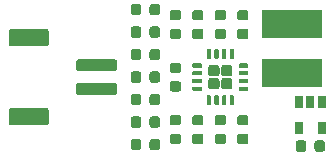
<source format=gbr>
G04 #@! TF.GenerationSoftware,KiCad,Pcbnew,5.1.5+dfsg1-2build2*
G04 #@! TF.CreationDate,2021-03-15T22:58:29+01:00*
G04 #@! TF.ProjectId,ProMicro_BOOST,50726f4d-6963-4726-9f5f-424f4f53542e,v1.8*
G04 #@! TF.SameCoordinates,Original*
G04 #@! TF.FileFunction,Paste,Top*
G04 #@! TF.FilePolarity,Positive*
%FSLAX46Y46*%
G04 Gerber Fmt 4.6, Leading zero omitted, Abs format (unit mm)*
G04 Created by KiCad*
%MOMM*%
%LPD*%
G04 APERTURE LIST*
%ADD10R,5.100000X2.350000*%
%ADD11C,0.100000*%
%ADD12R,0.650000X1.060000*%
G04 APERTURE END LIST*
D10*
X86614000Y-122217000D03*
X86614000Y-118067000D03*
D11*
G36*
X82700691Y-116886053D02*
G01*
X82721926Y-116889203D01*
X82742750Y-116894419D01*
X82762962Y-116901651D01*
X82782368Y-116910830D01*
X82800781Y-116921866D01*
X82818024Y-116934654D01*
X82833930Y-116949070D01*
X82848346Y-116964976D01*
X82861134Y-116982219D01*
X82872170Y-117000632D01*
X82881349Y-117020038D01*
X82888581Y-117040250D01*
X82893797Y-117061074D01*
X82896947Y-117082309D01*
X82898000Y-117103750D01*
X82898000Y-117541250D01*
X82896947Y-117562691D01*
X82893797Y-117583926D01*
X82888581Y-117604750D01*
X82881349Y-117624962D01*
X82872170Y-117644368D01*
X82861134Y-117662781D01*
X82848346Y-117680024D01*
X82833930Y-117695930D01*
X82818024Y-117710346D01*
X82800781Y-117723134D01*
X82782368Y-117734170D01*
X82762962Y-117743349D01*
X82742750Y-117750581D01*
X82721926Y-117755797D01*
X82700691Y-117758947D01*
X82679250Y-117760000D01*
X82166750Y-117760000D01*
X82145309Y-117758947D01*
X82124074Y-117755797D01*
X82103250Y-117750581D01*
X82083038Y-117743349D01*
X82063632Y-117734170D01*
X82045219Y-117723134D01*
X82027976Y-117710346D01*
X82012070Y-117695930D01*
X81997654Y-117680024D01*
X81984866Y-117662781D01*
X81973830Y-117644368D01*
X81964651Y-117624962D01*
X81957419Y-117604750D01*
X81952203Y-117583926D01*
X81949053Y-117562691D01*
X81948000Y-117541250D01*
X81948000Y-117103750D01*
X81949053Y-117082309D01*
X81952203Y-117061074D01*
X81957419Y-117040250D01*
X81964651Y-117020038D01*
X81973830Y-117000632D01*
X81984866Y-116982219D01*
X81997654Y-116964976D01*
X82012070Y-116949070D01*
X82027976Y-116934654D01*
X82045219Y-116921866D01*
X82063632Y-116910830D01*
X82083038Y-116901651D01*
X82103250Y-116894419D01*
X82124074Y-116889203D01*
X82145309Y-116886053D01*
X82166750Y-116885000D01*
X82679250Y-116885000D01*
X82700691Y-116886053D01*
G37*
G36*
X82700691Y-118461053D02*
G01*
X82721926Y-118464203D01*
X82742750Y-118469419D01*
X82762962Y-118476651D01*
X82782368Y-118485830D01*
X82800781Y-118496866D01*
X82818024Y-118509654D01*
X82833930Y-118524070D01*
X82848346Y-118539976D01*
X82861134Y-118557219D01*
X82872170Y-118575632D01*
X82881349Y-118595038D01*
X82888581Y-118615250D01*
X82893797Y-118636074D01*
X82896947Y-118657309D01*
X82898000Y-118678750D01*
X82898000Y-119116250D01*
X82896947Y-119137691D01*
X82893797Y-119158926D01*
X82888581Y-119179750D01*
X82881349Y-119199962D01*
X82872170Y-119219368D01*
X82861134Y-119237781D01*
X82848346Y-119255024D01*
X82833930Y-119270930D01*
X82818024Y-119285346D01*
X82800781Y-119298134D01*
X82782368Y-119309170D01*
X82762962Y-119318349D01*
X82742750Y-119325581D01*
X82721926Y-119330797D01*
X82700691Y-119333947D01*
X82679250Y-119335000D01*
X82166750Y-119335000D01*
X82145309Y-119333947D01*
X82124074Y-119330797D01*
X82103250Y-119325581D01*
X82083038Y-119318349D01*
X82063632Y-119309170D01*
X82045219Y-119298134D01*
X82027976Y-119285346D01*
X82012070Y-119270930D01*
X81997654Y-119255024D01*
X81984866Y-119237781D01*
X81973830Y-119219368D01*
X81964651Y-119199962D01*
X81957419Y-119179750D01*
X81952203Y-119158926D01*
X81949053Y-119137691D01*
X81948000Y-119116250D01*
X81948000Y-118678750D01*
X81949053Y-118657309D01*
X81952203Y-118636074D01*
X81957419Y-118615250D01*
X81964651Y-118595038D01*
X81973830Y-118575632D01*
X81984866Y-118557219D01*
X81997654Y-118539976D01*
X82012070Y-118524070D01*
X82027976Y-118509654D01*
X82045219Y-118496866D01*
X82063632Y-118485830D01*
X82083038Y-118476651D01*
X82103250Y-118469419D01*
X82124074Y-118464203D01*
X82145309Y-118461053D01*
X82166750Y-118460000D01*
X82679250Y-118460000D01*
X82700691Y-118461053D01*
G37*
G36*
X82700691Y-127351053D02*
G01*
X82721926Y-127354203D01*
X82742750Y-127359419D01*
X82762962Y-127366651D01*
X82782368Y-127375830D01*
X82800781Y-127386866D01*
X82818024Y-127399654D01*
X82833930Y-127414070D01*
X82848346Y-127429976D01*
X82861134Y-127447219D01*
X82872170Y-127465632D01*
X82881349Y-127485038D01*
X82888581Y-127505250D01*
X82893797Y-127526074D01*
X82896947Y-127547309D01*
X82898000Y-127568750D01*
X82898000Y-128006250D01*
X82896947Y-128027691D01*
X82893797Y-128048926D01*
X82888581Y-128069750D01*
X82881349Y-128089962D01*
X82872170Y-128109368D01*
X82861134Y-128127781D01*
X82848346Y-128145024D01*
X82833930Y-128160930D01*
X82818024Y-128175346D01*
X82800781Y-128188134D01*
X82782368Y-128199170D01*
X82762962Y-128208349D01*
X82742750Y-128215581D01*
X82721926Y-128220797D01*
X82700691Y-128223947D01*
X82679250Y-128225000D01*
X82166750Y-128225000D01*
X82145309Y-128223947D01*
X82124074Y-128220797D01*
X82103250Y-128215581D01*
X82083038Y-128208349D01*
X82063632Y-128199170D01*
X82045219Y-128188134D01*
X82027976Y-128175346D01*
X82012070Y-128160930D01*
X81997654Y-128145024D01*
X81984866Y-128127781D01*
X81973830Y-128109368D01*
X81964651Y-128089962D01*
X81957419Y-128069750D01*
X81952203Y-128048926D01*
X81949053Y-128027691D01*
X81948000Y-128006250D01*
X81948000Y-127568750D01*
X81949053Y-127547309D01*
X81952203Y-127526074D01*
X81957419Y-127505250D01*
X81964651Y-127485038D01*
X81973830Y-127465632D01*
X81984866Y-127447219D01*
X81997654Y-127429976D01*
X82012070Y-127414070D01*
X82027976Y-127399654D01*
X82045219Y-127386866D01*
X82063632Y-127375830D01*
X82083038Y-127366651D01*
X82103250Y-127359419D01*
X82124074Y-127354203D01*
X82145309Y-127351053D01*
X82166750Y-127350000D01*
X82679250Y-127350000D01*
X82700691Y-127351053D01*
G37*
G36*
X82700691Y-125776053D02*
G01*
X82721926Y-125779203D01*
X82742750Y-125784419D01*
X82762962Y-125791651D01*
X82782368Y-125800830D01*
X82800781Y-125811866D01*
X82818024Y-125824654D01*
X82833930Y-125839070D01*
X82848346Y-125854976D01*
X82861134Y-125872219D01*
X82872170Y-125890632D01*
X82881349Y-125910038D01*
X82888581Y-125930250D01*
X82893797Y-125951074D01*
X82896947Y-125972309D01*
X82898000Y-125993750D01*
X82898000Y-126431250D01*
X82896947Y-126452691D01*
X82893797Y-126473926D01*
X82888581Y-126494750D01*
X82881349Y-126514962D01*
X82872170Y-126534368D01*
X82861134Y-126552781D01*
X82848346Y-126570024D01*
X82833930Y-126585930D01*
X82818024Y-126600346D01*
X82800781Y-126613134D01*
X82782368Y-126624170D01*
X82762962Y-126633349D01*
X82742750Y-126640581D01*
X82721926Y-126645797D01*
X82700691Y-126648947D01*
X82679250Y-126650000D01*
X82166750Y-126650000D01*
X82145309Y-126648947D01*
X82124074Y-126645797D01*
X82103250Y-126640581D01*
X82083038Y-126633349D01*
X82063632Y-126624170D01*
X82045219Y-126613134D01*
X82027976Y-126600346D01*
X82012070Y-126585930D01*
X81997654Y-126570024D01*
X81984866Y-126552781D01*
X81973830Y-126534368D01*
X81964651Y-126514962D01*
X81957419Y-126494750D01*
X81952203Y-126473926D01*
X81949053Y-126452691D01*
X81948000Y-126431250D01*
X81948000Y-125993750D01*
X81949053Y-125972309D01*
X81952203Y-125951074D01*
X81957419Y-125930250D01*
X81964651Y-125910038D01*
X81973830Y-125890632D01*
X81984866Y-125872219D01*
X81997654Y-125854976D01*
X82012070Y-125839070D01*
X82027976Y-125824654D01*
X82045219Y-125811866D01*
X82063632Y-125800830D01*
X82083038Y-125791651D01*
X82103250Y-125784419D01*
X82124074Y-125779203D01*
X82145309Y-125776053D01*
X82166750Y-125775000D01*
X82679250Y-125775000D01*
X82700691Y-125776053D01*
G37*
G36*
X80795691Y-127351053D02*
G01*
X80816926Y-127354203D01*
X80837750Y-127359419D01*
X80857962Y-127366651D01*
X80877368Y-127375830D01*
X80895781Y-127386866D01*
X80913024Y-127399654D01*
X80928930Y-127414070D01*
X80943346Y-127429976D01*
X80956134Y-127447219D01*
X80967170Y-127465632D01*
X80976349Y-127485038D01*
X80983581Y-127505250D01*
X80988797Y-127526074D01*
X80991947Y-127547309D01*
X80993000Y-127568750D01*
X80993000Y-128006250D01*
X80991947Y-128027691D01*
X80988797Y-128048926D01*
X80983581Y-128069750D01*
X80976349Y-128089962D01*
X80967170Y-128109368D01*
X80956134Y-128127781D01*
X80943346Y-128145024D01*
X80928930Y-128160930D01*
X80913024Y-128175346D01*
X80895781Y-128188134D01*
X80877368Y-128199170D01*
X80857962Y-128208349D01*
X80837750Y-128215581D01*
X80816926Y-128220797D01*
X80795691Y-128223947D01*
X80774250Y-128225000D01*
X80261750Y-128225000D01*
X80240309Y-128223947D01*
X80219074Y-128220797D01*
X80198250Y-128215581D01*
X80178038Y-128208349D01*
X80158632Y-128199170D01*
X80140219Y-128188134D01*
X80122976Y-128175346D01*
X80107070Y-128160930D01*
X80092654Y-128145024D01*
X80079866Y-128127781D01*
X80068830Y-128109368D01*
X80059651Y-128089962D01*
X80052419Y-128069750D01*
X80047203Y-128048926D01*
X80044053Y-128027691D01*
X80043000Y-128006250D01*
X80043000Y-127568750D01*
X80044053Y-127547309D01*
X80047203Y-127526074D01*
X80052419Y-127505250D01*
X80059651Y-127485038D01*
X80068830Y-127465632D01*
X80079866Y-127447219D01*
X80092654Y-127429976D01*
X80107070Y-127414070D01*
X80122976Y-127399654D01*
X80140219Y-127386866D01*
X80158632Y-127375830D01*
X80178038Y-127366651D01*
X80198250Y-127359419D01*
X80219074Y-127354203D01*
X80240309Y-127351053D01*
X80261750Y-127350000D01*
X80774250Y-127350000D01*
X80795691Y-127351053D01*
G37*
G36*
X80795691Y-125776053D02*
G01*
X80816926Y-125779203D01*
X80837750Y-125784419D01*
X80857962Y-125791651D01*
X80877368Y-125800830D01*
X80895781Y-125811866D01*
X80913024Y-125824654D01*
X80928930Y-125839070D01*
X80943346Y-125854976D01*
X80956134Y-125872219D01*
X80967170Y-125890632D01*
X80976349Y-125910038D01*
X80983581Y-125930250D01*
X80988797Y-125951074D01*
X80991947Y-125972309D01*
X80993000Y-125993750D01*
X80993000Y-126431250D01*
X80991947Y-126452691D01*
X80988797Y-126473926D01*
X80983581Y-126494750D01*
X80976349Y-126514962D01*
X80967170Y-126534368D01*
X80956134Y-126552781D01*
X80943346Y-126570024D01*
X80928930Y-126585930D01*
X80913024Y-126600346D01*
X80895781Y-126613134D01*
X80877368Y-126624170D01*
X80857962Y-126633349D01*
X80837750Y-126640581D01*
X80816926Y-126645797D01*
X80795691Y-126648947D01*
X80774250Y-126650000D01*
X80261750Y-126650000D01*
X80240309Y-126648947D01*
X80219074Y-126645797D01*
X80198250Y-126640581D01*
X80178038Y-126633349D01*
X80158632Y-126624170D01*
X80140219Y-126613134D01*
X80122976Y-126600346D01*
X80107070Y-126585930D01*
X80092654Y-126570024D01*
X80079866Y-126552781D01*
X80068830Y-126534368D01*
X80059651Y-126514962D01*
X80052419Y-126494750D01*
X80047203Y-126473926D01*
X80044053Y-126452691D01*
X80043000Y-126431250D01*
X80043000Y-125993750D01*
X80044053Y-125972309D01*
X80047203Y-125951074D01*
X80052419Y-125930250D01*
X80059651Y-125910038D01*
X80068830Y-125890632D01*
X80079866Y-125872219D01*
X80092654Y-125854976D01*
X80107070Y-125839070D01*
X80122976Y-125824654D01*
X80140219Y-125811866D01*
X80158632Y-125800830D01*
X80178038Y-125791651D01*
X80198250Y-125784419D01*
X80219074Y-125779203D01*
X80240309Y-125776053D01*
X80261750Y-125775000D01*
X80774250Y-125775000D01*
X80795691Y-125776053D01*
G37*
G36*
X73620691Y-120176053D02*
G01*
X73641926Y-120179203D01*
X73662750Y-120184419D01*
X73682962Y-120191651D01*
X73702368Y-120200830D01*
X73720781Y-120211866D01*
X73738024Y-120224654D01*
X73753930Y-120239070D01*
X73768346Y-120254976D01*
X73781134Y-120272219D01*
X73792170Y-120290632D01*
X73801349Y-120310038D01*
X73808581Y-120330250D01*
X73813797Y-120351074D01*
X73816947Y-120372309D01*
X73818000Y-120393750D01*
X73818000Y-120906250D01*
X73816947Y-120927691D01*
X73813797Y-120948926D01*
X73808581Y-120969750D01*
X73801349Y-120989962D01*
X73792170Y-121009368D01*
X73781134Y-121027781D01*
X73768346Y-121045024D01*
X73753930Y-121060930D01*
X73738024Y-121075346D01*
X73720781Y-121088134D01*
X73702368Y-121099170D01*
X73682962Y-121108349D01*
X73662750Y-121115581D01*
X73641926Y-121120797D01*
X73620691Y-121123947D01*
X73599250Y-121125000D01*
X73161750Y-121125000D01*
X73140309Y-121123947D01*
X73119074Y-121120797D01*
X73098250Y-121115581D01*
X73078038Y-121108349D01*
X73058632Y-121099170D01*
X73040219Y-121088134D01*
X73022976Y-121075346D01*
X73007070Y-121060930D01*
X72992654Y-121045024D01*
X72979866Y-121027781D01*
X72968830Y-121009368D01*
X72959651Y-120989962D01*
X72952419Y-120969750D01*
X72947203Y-120948926D01*
X72944053Y-120927691D01*
X72943000Y-120906250D01*
X72943000Y-120393750D01*
X72944053Y-120372309D01*
X72947203Y-120351074D01*
X72952419Y-120330250D01*
X72959651Y-120310038D01*
X72968830Y-120290632D01*
X72979866Y-120272219D01*
X72992654Y-120254976D01*
X73007070Y-120239070D01*
X73022976Y-120224654D01*
X73040219Y-120211866D01*
X73058632Y-120200830D01*
X73078038Y-120191651D01*
X73098250Y-120184419D01*
X73119074Y-120179203D01*
X73140309Y-120176053D01*
X73161750Y-120175000D01*
X73599250Y-120175000D01*
X73620691Y-120176053D01*
G37*
G36*
X75195691Y-120176053D02*
G01*
X75216926Y-120179203D01*
X75237750Y-120184419D01*
X75257962Y-120191651D01*
X75277368Y-120200830D01*
X75295781Y-120211866D01*
X75313024Y-120224654D01*
X75328930Y-120239070D01*
X75343346Y-120254976D01*
X75356134Y-120272219D01*
X75367170Y-120290632D01*
X75376349Y-120310038D01*
X75383581Y-120330250D01*
X75388797Y-120351074D01*
X75391947Y-120372309D01*
X75393000Y-120393750D01*
X75393000Y-120906250D01*
X75391947Y-120927691D01*
X75388797Y-120948926D01*
X75383581Y-120969750D01*
X75376349Y-120989962D01*
X75367170Y-121009368D01*
X75356134Y-121027781D01*
X75343346Y-121045024D01*
X75328930Y-121060930D01*
X75313024Y-121075346D01*
X75295781Y-121088134D01*
X75277368Y-121099170D01*
X75257962Y-121108349D01*
X75237750Y-121115581D01*
X75216926Y-121120797D01*
X75195691Y-121123947D01*
X75174250Y-121125000D01*
X74736750Y-121125000D01*
X74715309Y-121123947D01*
X74694074Y-121120797D01*
X74673250Y-121115581D01*
X74653038Y-121108349D01*
X74633632Y-121099170D01*
X74615219Y-121088134D01*
X74597976Y-121075346D01*
X74582070Y-121060930D01*
X74567654Y-121045024D01*
X74554866Y-121027781D01*
X74543830Y-121009368D01*
X74534651Y-120989962D01*
X74527419Y-120969750D01*
X74522203Y-120948926D01*
X74519053Y-120927691D01*
X74518000Y-120906250D01*
X74518000Y-120393750D01*
X74519053Y-120372309D01*
X74522203Y-120351074D01*
X74527419Y-120330250D01*
X74534651Y-120310038D01*
X74543830Y-120290632D01*
X74554866Y-120272219D01*
X74567654Y-120254976D01*
X74582070Y-120239070D01*
X74597976Y-120224654D01*
X74615219Y-120211866D01*
X74633632Y-120200830D01*
X74653038Y-120191651D01*
X74673250Y-120184419D01*
X74694074Y-120179203D01*
X74715309Y-120176053D01*
X74736750Y-120175000D01*
X75174250Y-120175000D01*
X75195691Y-120176053D01*
G37*
G36*
X80795691Y-116886053D02*
G01*
X80816926Y-116889203D01*
X80837750Y-116894419D01*
X80857962Y-116901651D01*
X80877368Y-116910830D01*
X80895781Y-116921866D01*
X80913024Y-116934654D01*
X80928930Y-116949070D01*
X80943346Y-116964976D01*
X80956134Y-116982219D01*
X80967170Y-117000632D01*
X80976349Y-117020038D01*
X80983581Y-117040250D01*
X80988797Y-117061074D01*
X80991947Y-117082309D01*
X80993000Y-117103750D01*
X80993000Y-117541250D01*
X80991947Y-117562691D01*
X80988797Y-117583926D01*
X80983581Y-117604750D01*
X80976349Y-117624962D01*
X80967170Y-117644368D01*
X80956134Y-117662781D01*
X80943346Y-117680024D01*
X80928930Y-117695930D01*
X80913024Y-117710346D01*
X80895781Y-117723134D01*
X80877368Y-117734170D01*
X80857962Y-117743349D01*
X80837750Y-117750581D01*
X80816926Y-117755797D01*
X80795691Y-117758947D01*
X80774250Y-117760000D01*
X80261750Y-117760000D01*
X80240309Y-117758947D01*
X80219074Y-117755797D01*
X80198250Y-117750581D01*
X80178038Y-117743349D01*
X80158632Y-117734170D01*
X80140219Y-117723134D01*
X80122976Y-117710346D01*
X80107070Y-117695930D01*
X80092654Y-117680024D01*
X80079866Y-117662781D01*
X80068830Y-117644368D01*
X80059651Y-117624962D01*
X80052419Y-117604750D01*
X80047203Y-117583926D01*
X80044053Y-117562691D01*
X80043000Y-117541250D01*
X80043000Y-117103750D01*
X80044053Y-117082309D01*
X80047203Y-117061074D01*
X80052419Y-117040250D01*
X80059651Y-117020038D01*
X80068830Y-117000632D01*
X80079866Y-116982219D01*
X80092654Y-116964976D01*
X80107070Y-116949070D01*
X80122976Y-116934654D01*
X80140219Y-116921866D01*
X80158632Y-116910830D01*
X80178038Y-116901651D01*
X80198250Y-116894419D01*
X80219074Y-116889203D01*
X80240309Y-116886053D01*
X80261750Y-116885000D01*
X80774250Y-116885000D01*
X80795691Y-116886053D01*
G37*
G36*
X80795691Y-118461053D02*
G01*
X80816926Y-118464203D01*
X80837750Y-118469419D01*
X80857962Y-118476651D01*
X80877368Y-118485830D01*
X80895781Y-118496866D01*
X80913024Y-118509654D01*
X80928930Y-118524070D01*
X80943346Y-118539976D01*
X80956134Y-118557219D01*
X80967170Y-118575632D01*
X80976349Y-118595038D01*
X80983581Y-118615250D01*
X80988797Y-118636074D01*
X80991947Y-118657309D01*
X80993000Y-118678750D01*
X80993000Y-119116250D01*
X80991947Y-119137691D01*
X80988797Y-119158926D01*
X80983581Y-119179750D01*
X80976349Y-119199962D01*
X80967170Y-119219368D01*
X80956134Y-119237781D01*
X80943346Y-119255024D01*
X80928930Y-119270930D01*
X80913024Y-119285346D01*
X80895781Y-119298134D01*
X80877368Y-119309170D01*
X80857962Y-119318349D01*
X80837750Y-119325581D01*
X80816926Y-119330797D01*
X80795691Y-119333947D01*
X80774250Y-119335000D01*
X80261750Y-119335000D01*
X80240309Y-119333947D01*
X80219074Y-119330797D01*
X80198250Y-119325581D01*
X80178038Y-119318349D01*
X80158632Y-119309170D01*
X80140219Y-119298134D01*
X80122976Y-119285346D01*
X80107070Y-119270930D01*
X80092654Y-119255024D01*
X80079866Y-119237781D01*
X80068830Y-119219368D01*
X80059651Y-119199962D01*
X80052419Y-119179750D01*
X80047203Y-119158926D01*
X80044053Y-119137691D01*
X80043000Y-119116250D01*
X80043000Y-118678750D01*
X80044053Y-118657309D01*
X80047203Y-118636074D01*
X80052419Y-118615250D01*
X80059651Y-118595038D01*
X80068830Y-118575632D01*
X80079866Y-118557219D01*
X80092654Y-118539976D01*
X80107070Y-118524070D01*
X80122976Y-118509654D01*
X80140219Y-118496866D01*
X80158632Y-118485830D01*
X80178038Y-118476651D01*
X80198250Y-118469419D01*
X80219074Y-118464203D01*
X80240309Y-118461053D01*
X80261750Y-118460000D01*
X80774250Y-118460000D01*
X80795691Y-118461053D01*
G37*
G36*
X76985691Y-127351053D02*
G01*
X77006926Y-127354203D01*
X77027750Y-127359419D01*
X77047962Y-127366651D01*
X77067368Y-127375830D01*
X77085781Y-127386866D01*
X77103024Y-127399654D01*
X77118930Y-127414070D01*
X77133346Y-127429976D01*
X77146134Y-127447219D01*
X77157170Y-127465632D01*
X77166349Y-127485038D01*
X77173581Y-127505250D01*
X77178797Y-127526074D01*
X77181947Y-127547309D01*
X77183000Y-127568750D01*
X77183000Y-128006250D01*
X77181947Y-128027691D01*
X77178797Y-128048926D01*
X77173581Y-128069750D01*
X77166349Y-128089962D01*
X77157170Y-128109368D01*
X77146134Y-128127781D01*
X77133346Y-128145024D01*
X77118930Y-128160930D01*
X77103024Y-128175346D01*
X77085781Y-128188134D01*
X77067368Y-128199170D01*
X77047962Y-128208349D01*
X77027750Y-128215581D01*
X77006926Y-128220797D01*
X76985691Y-128223947D01*
X76964250Y-128225000D01*
X76451750Y-128225000D01*
X76430309Y-128223947D01*
X76409074Y-128220797D01*
X76388250Y-128215581D01*
X76368038Y-128208349D01*
X76348632Y-128199170D01*
X76330219Y-128188134D01*
X76312976Y-128175346D01*
X76297070Y-128160930D01*
X76282654Y-128145024D01*
X76269866Y-128127781D01*
X76258830Y-128109368D01*
X76249651Y-128089962D01*
X76242419Y-128069750D01*
X76237203Y-128048926D01*
X76234053Y-128027691D01*
X76233000Y-128006250D01*
X76233000Y-127568750D01*
X76234053Y-127547309D01*
X76237203Y-127526074D01*
X76242419Y-127505250D01*
X76249651Y-127485038D01*
X76258830Y-127465632D01*
X76269866Y-127447219D01*
X76282654Y-127429976D01*
X76297070Y-127414070D01*
X76312976Y-127399654D01*
X76330219Y-127386866D01*
X76348632Y-127375830D01*
X76368038Y-127366651D01*
X76388250Y-127359419D01*
X76409074Y-127354203D01*
X76430309Y-127351053D01*
X76451750Y-127350000D01*
X76964250Y-127350000D01*
X76985691Y-127351053D01*
G37*
G36*
X76985691Y-125776053D02*
G01*
X77006926Y-125779203D01*
X77027750Y-125784419D01*
X77047962Y-125791651D01*
X77067368Y-125800830D01*
X77085781Y-125811866D01*
X77103024Y-125824654D01*
X77118930Y-125839070D01*
X77133346Y-125854976D01*
X77146134Y-125872219D01*
X77157170Y-125890632D01*
X77166349Y-125910038D01*
X77173581Y-125930250D01*
X77178797Y-125951074D01*
X77181947Y-125972309D01*
X77183000Y-125993750D01*
X77183000Y-126431250D01*
X77181947Y-126452691D01*
X77178797Y-126473926D01*
X77173581Y-126494750D01*
X77166349Y-126514962D01*
X77157170Y-126534368D01*
X77146134Y-126552781D01*
X77133346Y-126570024D01*
X77118930Y-126585930D01*
X77103024Y-126600346D01*
X77085781Y-126613134D01*
X77067368Y-126624170D01*
X77047962Y-126633349D01*
X77027750Y-126640581D01*
X77006926Y-126645797D01*
X76985691Y-126648947D01*
X76964250Y-126650000D01*
X76451750Y-126650000D01*
X76430309Y-126648947D01*
X76409074Y-126645797D01*
X76388250Y-126640581D01*
X76368038Y-126633349D01*
X76348632Y-126624170D01*
X76330219Y-126613134D01*
X76312976Y-126600346D01*
X76297070Y-126585930D01*
X76282654Y-126570024D01*
X76269866Y-126552781D01*
X76258830Y-126534368D01*
X76249651Y-126514962D01*
X76242419Y-126494750D01*
X76237203Y-126473926D01*
X76234053Y-126452691D01*
X76233000Y-126431250D01*
X76233000Y-125993750D01*
X76234053Y-125972309D01*
X76237203Y-125951074D01*
X76242419Y-125930250D01*
X76249651Y-125910038D01*
X76258830Y-125890632D01*
X76269866Y-125872219D01*
X76282654Y-125854976D01*
X76297070Y-125839070D01*
X76312976Y-125824654D01*
X76330219Y-125811866D01*
X76348632Y-125800830D01*
X76368038Y-125791651D01*
X76388250Y-125784419D01*
X76409074Y-125779203D01*
X76430309Y-125776053D01*
X76451750Y-125775000D01*
X76964250Y-125775000D01*
X76985691Y-125776053D01*
G37*
G36*
X78890691Y-125776053D02*
G01*
X78911926Y-125779203D01*
X78932750Y-125784419D01*
X78952962Y-125791651D01*
X78972368Y-125800830D01*
X78990781Y-125811866D01*
X79008024Y-125824654D01*
X79023930Y-125839070D01*
X79038346Y-125854976D01*
X79051134Y-125872219D01*
X79062170Y-125890632D01*
X79071349Y-125910038D01*
X79078581Y-125930250D01*
X79083797Y-125951074D01*
X79086947Y-125972309D01*
X79088000Y-125993750D01*
X79088000Y-126431250D01*
X79086947Y-126452691D01*
X79083797Y-126473926D01*
X79078581Y-126494750D01*
X79071349Y-126514962D01*
X79062170Y-126534368D01*
X79051134Y-126552781D01*
X79038346Y-126570024D01*
X79023930Y-126585930D01*
X79008024Y-126600346D01*
X78990781Y-126613134D01*
X78972368Y-126624170D01*
X78952962Y-126633349D01*
X78932750Y-126640581D01*
X78911926Y-126645797D01*
X78890691Y-126648947D01*
X78869250Y-126650000D01*
X78356750Y-126650000D01*
X78335309Y-126648947D01*
X78314074Y-126645797D01*
X78293250Y-126640581D01*
X78273038Y-126633349D01*
X78253632Y-126624170D01*
X78235219Y-126613134D01*
X78217976Y-126600346D01*
X78202070Y-126585930D01*
X78187654Y-126570024D01*
X78174866Y-126552781D01*
X78163830Y-126534368D01*
X78154651Y-126514962D01*
X78147419Y-126494750D01*
X78142203Y-126473926D01*
X78139053Y-126452691D01*
X78138000Y-126431250D01*
X78138000Y-125993750D01*
X78139053Y-125972309D01*
X78142203Y-125951074D01*
X78147419Y-125930250D01*
X78154651Y-125910038D01*
X78163830Y-125890632D01*
X78174866Y-125872219D01*
X78187654Y-125854976D01*
X78202070Y-125839070D01*
X78217976Y-125824654D01*
X78235219Y-125811866D01*
X78253632Y-125800830D01*
X78273038Y-125791651D01*
X78293250Y-125784419D01*
X78314074Y-125779203D01*
X78335309Y-125776053D01*
X78356750Y-125775000D01*
X78869250Y-125775000D01*
X78890691Y-125776053D01*
G37*
G36*
X78890691Y-127351053D02*
G01*
X78911926Y-127354203D01*
X78932750Y-127359419D01*
X78952962Y-127366651D01*
X78972368Y-127375830D01*
X78990781Y-127386866D01*
X79008024Y-127399654D01*
X79023930Y-127414070D01*
X79038346Y-127429976D01*
X79051134Y-127447219D01*
X79062170Y-127465632D01*
X79071349Y-127485038D01*
X79078581Y-127505250D01*
X79083797Y-127526074D01*
X79086947Y-127547309D01*
X79088000Y-127568750D01*
X79088000Y-128006250D01*
X79086947Y-128027691D01*
X79083797Y-128048926D01*
X79078581Y-128069750D01*
X79071349Y-128089962D01*
X79062170Y-128109368D01*
X79051134Y-128127781D01*
X79038346Y-128145024D01*
X79023930Y-128160930D01*
X79008024Y-128175346D01*
X78990781Y-128188134D01*
X78972368Y-128199170D01*
X78952962Y-128208349D01*
X78932750Y-128215581D01*
X78911926Y-128220797D01*
X78890691Y-128223947D01*
X78869250Y-128225000D01*
X78356750Y-128225000D01*
X78335309Y-128223947D01*
X78314074Y-128220797D01*
X78293250Y-128215581D01*
X78273038Y-128208349D01*
X78253632Y-128199170D01*
X78235219Y-128188134D01*
X78217976Y-128175346D01*
X78202070Y-128160930D01*
X78187654Y-128145024D01*
X78174866Y-128127781D01*
X78163830Y-128109368D01*
X78154651Y-128089962D01*
X78147419Y-128069750D01*
X78142203Y-128048926D01*
X78139053Y-128027691D01*
X78138000Y-128006250D01*
X78138000Y-127568750D01*
X78139053Y-127547309D01*
X78142203Y-127526074D01*
X78147419Y-127505250D01*
X78154651Y-127485038D01*
X78163830Y-127465632D01*
X78174866Y-127447219D01*
X78187654Y-127429976D01*
X78202070Y-127414070D01*
X78217976Y-127399654D01*
X78235219Y-127386866D01*
X78253632Y-127375830D01*
X78273038Y-127366651D01*
X78293250Y-127359419D01*
X78314074Y-127354203D01*
X78335309Y-127351053D01*
X78356750Y-127350000D01*
X78869250Y-127350000D01*
X78890691Y-127351053D01*
G37*
G36*
X78890691Y-118461053D02*
G01*
X78911926Y-118464203D01*
X78932750Y-118469419D01*
X78952962Y-118476651D01*
X78972368Y-118485830D01*
X78990781Y-118496866D01*
X79008024Y-118509654D01*
X79023930Y-118524070D01*
X79038346Y-118539976D01*
X79051134Y-118557219D01*
X79062170Y-118575632D01*
X79071349Y-118595038D01*
X79078581Y-118615250D01*
X79083797Y-118636074D01*
X79086947Y-118657309D01*
X79088000Y-118678750D01*
X79088000Y-119116250D01*
X79086947Y-119137691D01*
X79083797Y-119158926D01*
X79078581Y-119179750D01*
X79071349Y-119199962D01*
X79062170Y-119219368D01*
X79051134Y-119237781D01*
X79038346Y-119255024D01*
X79023930Y-119270930D01*
X79008024Y-119285346D01*
X78990781Y-119298134D01*
X78972368Y-119309170D01*
X78952962Y-119318349D01*
X78932750Y-119325581D01*
X78911926Y-119330797D01*
X78890691Y-119333947D01*
X78869250Y-119335000D01*
X78356750Y-119335000D01*
X78335309Y-119333947D01*
X78314074Y-119330797D01*
X78293250Y-119325581D01*
X78273038Y-119318349D01*
X78253632Y-119309170D01*
X78235219Y-119298134D01*
X78217976Y-119285346D01*
X78202070Y-119270930D01*
X78187654Y-119255024D01*
X78174866Y-119237781D01*
X78163830Y-119219368D01*
X78154651Y-119199962D01*
X78147419Y-119179750D01*
X78142203Y-119158926D01*
X78139053Y-119137691D01*
X78138000Y-119116250D01*
X78138000Y-118678750D01*
X78139053Y-118657309D01*
X78142203Y-118636074D01*
X78147419Y-118615250D01*
X78154651Y-118595038D01*
X78163830Y-118575632D01*
X78174866Y-118557219D01*
X78187654Y-118539976D01*
X78202070Y-118524070D01*
X78217976Y-118509654D01*
X78235219Y-118496866D01*
X78253632Y-118485830D01*
X78273038Y-118476651D01*
X78293250Y-118469419D01*
X78314074Y-118464203D01*
X78335309Y-118461053D01*
X78356750Y-118460000D01*
X78869250Y-118460000D01*
X78890691Y-118461053D01*
G37*
G36*
X78890691Y-116886053D02*
G01*
X78911926Y-116889203D01*
X78932750Y-116894419D01*
X78952962Y-116901651D01*
X78972368Y-116910830D01*
X78990781Y-116921866D01*
X79008024Y-116934654D01*
X79023930Y-116949070D01*
X79038346Y-116964976D01*
X79051134Y-116982219D01*
X79062170Y-117000632D01*
X79071349Y-117020038D01*
X79078581Y-117040250D01*
X79083797Y-117061074D01*
X79086947Y-117082309D01*
X79088000Y-117103750D01*
X79088000Y-117541250D01*
X79086947Y-117562691D01*
X79083797Y-117583926D01*
X79078581Y-117604750D01*
X79071349Y-117624962D01*
X79062170Y-117644368D01*
X79051134Y-117662781D01*
X79038346Y-117680024D01*
X79023930Y-117695930D01*
X79008024Y-117710346D01*
X78990781Y-117723134D01*
X78972368Y-117734170D01*
X78952962Y-117743349D01*
X78932750Y-117750581D01*
X78911926Y-117755797D01*
X78890691Y-117758947D01*
X78869250Y-117760000D01*
X78356750Y-117760000D01*
X78335309Y-117758947D01*
X78314074Y-117755797D01*
X78293250Y-117750581D01*
X78273038Y-117743349D01*
X78253632Y-117734170D01*
X78235219Y-117723134D01*
X78217976Y-117710346D01*
X78202070Y-117695930D01*
X78187654Y-117680024D01*
X78174866Y-117662781D01*
X78163830Y-117644368D01*
X78154651Y-117624962D01*
X78147419Y-117604750D01*
X78142203Y-117583926D01*
X78139053Y-117562691D01*
X78138000Y-117541250D01*
X78138000Y-117103750D01*
X78139053Y-117082309D01*
X78142203Y-117061074D01*
X78147419Y-117040250D01*
X78154651Y-117020038D01*
X78163830Y-117000632D01*
X78174866Y-116982219D01*
X78187654Y-116964976D01*
X78202070Y-116949070D01*
X78217976Y-116934654D01*
X78235219Y-116921866D01*
X78253632Y-116910830D01*
X78273038Y-116901651D01*
X78293250Y-116894419D01*
X78314074Y-116889203D01*
X78335309Y-116886053D01*
X78356750Y-116885000D01*
X78869250Y-116885000D01*
X78890691Y-116886053D01*
G37*
G36*
X76985691Y-116886053D02*
G01*
X77006926Y-116889203D01*
X77027750Y-116894419D01*
X77047962Y-116901651D01*
X77067368Y-116910830D01*
X77085781Y-116921866D01*
X77103024Y-116934654D01*
X77118930Y-116949070D01*
X77133346Y-116964976D01*
X77146134Y-116982219D01*
X77157170Y-117000632D01*
X77166349Y-117020038D01*
X77173581Y-117040250D01*
X77178797Y-117061074D01*
X77181947Y-117082309D01*
X77183000Y-117103750D01*
X77183000Y-117541250D01*
X77181947Y-117562691D01*
X77178797Y-117583926D01*
X77173581Y-117604750D01*
X77166349Y-117624962D01*
X77157170Y-117644368D01*
X77146134Y-117662781D01*
X77133346Y-117680024D01*
X77118930Y-117695930D01*
X77103024Y-117710346D01*
X77085781Y-117723134D01*
X77067368Y-117734170D01*
X77047962Y-117743349D01*
X77027750Y-117750581D01*
X77006926Y-117755797D01*
X76985691Y-117758947D01*
X76964250Y-117760000D01*
X76451750Y-117760000D01*
X76430309Y-117758947D01*
X76409074Y-117755797D01*
X76388250Y-117750581D01*
X76368038Y-117743349D01*
X76348632Y-117734170D01*
X76330219Y-117723134D01*
X76312976Y-117710346D01*
X76297070Y-117695930D01*
X76282654Y-117680024D01*
X76269866Y-117662781D01*
X76258830Y-117644368D01*
X76249651Y-117624962D01*
X76242419Y-117604750D01*
X76237203Y-117583926D01*
X76234053Y-117562691D01*
X76233000Y-117541250D01*
X76233000Y-117103750D01*
X76234053Y-117082309D01*
X76237203Y-117061074D01*
X76242419Y-117040250D01*
X76249651Y-117020038D01*
X76258830Y-117000632D01*
X76269866Y-116982219D01*
X76282654Y-116964976D01*
X76297070Y-116949070D01*
X76312976Y-116934654D01*
X76330219Y-116921866D01*
X76348632Y-116910830D01*
X76368038Y-116901651D01*
X76388250Y-116894419D01*
X76409074Y-116889203D01*
X76430309Y-116886053D01*
X76451750Y-116885000D01*
X76964250Y-116885000D01*
X76985691Y-116886053D01*
G37*
G36*
X76985691Y-118461053D02*
G01*
X77006926Y-118464203D01*
X77027750Y-118469419D01*
X77047962Y-118476651D01*
X77067368Y-118485830D01*
X77085781Y-118496866D01*
X77103024Y-118509654D01*
X77118930Y-118524070D01*
X77133346Y-118539976D01*
X77146134Y-118557219D01*
X77157170Y-118575632D01*
X77166349Y-118595038D01*
X77173581Y-118615250D01*
X77178797Y-118636074D01*
X77181947Y-118657309D01*
X77183000Y-118678750D01*
X77183000Y-119116250D01*
X77181947Y-119137691D01*
X77178797Y-119158926D01*
X77173581Y-119179750D01*
X77166349Y-119199962D01*
X77157170Y-119219368D01*
X77146134Y-119237781D01*
X77133346Y-119255024D01*
X77118930Y-119270930D01*
X77103024Y-119285346D01*
X77085781Y-119298134D01*
X77067368Y-119309170D01*
X77047962Y-119318349D01*
X77027750Y-119325581D01*
X77006926Y-119330797D01*
X76985691Y-119333947D01*
X76964250Y-119335000D01*
X76451750Y-119335000D01*
X76430309Y-119333947D01*
X76409074Y-119330797D01*
X76388250Y-119325581D01*
X76368038Y-119318349D01*
X76348632Y-119309170D01*
X76330219Y-119298134D01*
X76312976Y-119285346D01*
X76297070Y-119270930D01*
X76282654Y-119255024D01*
X76269866Y-119237781D01*
X76258830Y-119219368D01*
X76249651Y-119199962D01*
X76242419Y-119179750D01*
X76237203Y-119158926D01*
X76234053Y-119137691D01*
X76233000Y-119116250D01*
X76233000Y-118678750D01*
X76234053Y-118657309D01*
X76237203Y-118636074D01*
X76242419Y-118615250D01*
X76249651Y-118595038D01*
X76258830Y-118575632D01*
X76269866Y-118557219D01*
X76282654Y-118539976D01*
X76297070Y-118524070D01*
X76312976Y-118509654D01*
X76330219Y-118496866D01*
X76348632Y-118485830D01*
X76368038Y-118476651D01*
X76388250Y-118469419D01*
X76409074Y-118464203D01*
X76430309Y-118461053D01*
X76451750Y-118460000D01*
X76964250Y-118460000D01*
X76985691Y-118461053D01*
G37*
G36*
X76985691Y-121331053D02*
G01*
X77006926Y-121334203D01*
X77027750Y-121339419D01*
X77047962Y-121346651D01*
X77067368Y-121355830D01*
X77085781Y-121366866D01*
X77103024Y-121379654D01*
X77118930Y-121394070D01*
X77133346Y-121409976D01*
X77146134Y-121427219D01*
X77157170Y-121445632D01*
X77166349Y-121465038D01*
X77173581Y-121485250D01*
X77178797Y-121506074D01*
X77181947Y-121527309D01*
X77183000Y-121548750D01*
X77183000Y-121986250D01*
X77181947Y-122007691D01*
X77178797Y-122028926D01*
X77173581Y-122049750D01*
X77166349Y-122069962D01*
X77157170Y-122089368D01*
X77146134Y-122107781D01*
X77133346Y-122125024D01*
X77118930Y-122140930D01*
X77103024Y-122155346D01*
X77085781Y-122168134D01*
X77067368Y-122179170D01*
X77047962Y-122188349D01*
X77027750Y-122195581D01*
X77006926Y-122200797D01*
X76985691Y-122203947D01*
X76964250Y-122205000D01*
X76451750Y-122205000D01*
X76430309Y-122203947D01*
X76409074Y-122200797D01*
X76388250Y-122195581D01*
X76368038Y-122188349D01*
X76348632Y-122179170D01*
X76330219Y-122168134D01*
X76312976Y-122155346D01*
X76297070Y-122140930D01*
X76282654Y-122125024D01*
X76269866Y-122107781D01*
X76258830Y-122089368D01*
X76249651Y-122069962D01*
X76242419Y-122049750D01*
X76237203Y-122028926D01*
X76234053Y-122007691D01*
X76233000Y-121986250D01*
X76233000Y-121548750D01*
X76234053Y-121527309D01*
X76237203Y-121506074D01*
X76242419Y-121485250D01*
X76249651Y-121465038D01*
X76258830Y-121445632D01*
X76269866Y-121427219D01*
X76282654Y-121409976D01*
X76297070Y-121394070D01*
X76312976Y-121379654D01*
X76330219Y-121366866D01*
X76348632Y-121355830D01*
X76368038Y-121346651D01*
X76388250Y-121339419D01*
X76409074Y-121334203D01*
X76430309Y-121331053D01*
X76451750Y-121330000D01*
X76964250Y-121330000D01*
X76985691Y-121331053D01*
G37*
G36*
X76985691Y-122906053D02*
G01*
X77006926Y-122909203D01*
X77027750Y-122914419D01*
X77047962Y-122921651D01*
X77067368Y-122930830D01*
X77085781Y-122941866D01*
X77103024Y-122954654D01*
X77118930Y-122969070D01*
X77133346Y-122984976D01*
X77146134Y-123002219D01*
X77157170Y-123020632D01*
X77166349Y-123040038D01*
X77173581Y-123060250D01*
X77178797Y-123081074D01*
X77181947Y-123102309D01*
X77183000Y-123123750D01*
X77183000Y-123561250D01*
X77181947Y-123582691D01*
X77178797Y-123603926D01*
X77173581Y-123624750D01*
X77166349Y-123644962D01*
X77157170Y-123664368D01*
X77146134Y-123682781D01*
X77133346Y-123700024D01*
X77118930Y-123715930D01*
X77103024Y-123730346D01*
X77085781Y-123743134D01*
X77067368Y-123754170D01*
X77047962Y-123763349D01*
X77027750Y-123770581D01*
X77006926Y-123775797D01*
X76985691Y-123778947D01*
X76964250Y-123780000D01*
X76451750Y-123780000D01*
X76430309Y-123778947D01*
X76409074Y-123775797D01*
X76388250Y-123770581D01*
X76368038Y-123763349D01*
X76348632Y-123754170D01*
X76330219Y-123743134D01*
X76312976Y-123730346D01*
X76297070Y-123715930D01*
X76282654Y-123700024D01*
X76269866Y-123682781D01*
X76258830Y-123664368D01*
X76249651Y-123644962D01*
X76242419Y-123624750D01*
X76237203Y-123603926D01*
X76234053Y-123582691D01*
X76233000Y-123561250D01*
X76233000Y-123123750D01*
X76234053Y-123102309D01*
X76237203Y-123081074D01*
X76242419Y-123060250D01*
X76249651Y-123040038D01*
X76258830Y-123020632D01*
X76269866Y-123002219D01*
X76282654Y-122984976D01*
X76297070Y-122969070D01*
X76312976Y-122954654D01*
X76330219Y-122941866D01*
X76348632Y-122930830D01*
X76368038Y-122921651D01*
X76388250Y-122914419D01*
X76409074Y-122909203D01*
X76430309Y-122906053D01*
X76451750Y-122905000D01*
X76964250Y-122905000D01*
X76985691Y-122906053D01*
G37*
G36*
X89165691Y-127923053D02*
G01*
X89186926Y-127926203D01*
X89207750Y-127931419D01*
X89227962Y-127938651D01*
X89247368Y-127947830D01*
X89265781Y-127958866D01*
X89283024Y-127971654D01*
X89298930Y-127986070D01*
X89313346Y-128001976D01*
X89326134Y-128019219D01*
X89337170Y-128037632D01*
X89346349Y-128057038D01*
X89353581Y-128077250D01*
X89358797Y-128098074D01*
X89361947Y-128119309D01*
X89363000Y-128140750D01*
X89363000Y-128653250D01*
X89361947Y-128674691D01*
X89358797Y-128695926D01*
X89353581Y-128716750D01*
X89346349Y-128736962D01*
X89337170Y-128756368D01*
X89326134Y-128774781D01*
X89313346Y-128792024D01*
X89298930Y-128807930D01*
X89283024Y-128822346D01*
X89265781Y-128835134D01*
X89247368Y-128846170D01*
X89227962Y-128855349D01*
X89207750Y-128862581D01*
X89186926Y-128867797D01*
X89165691Y-128870947D01*
X89144250Y-128872000D01*
X88706750Y-128872000D01*
X88685309Y-128870947D01*
X88664074Y-128867797D01*
X88643250Y-128862581D01*
X88623038Y-128855349D01*
X88603632Y-128846170D01*
X88585219Y-128835134D01*
X88567976Y-128822346D01*
X88552070Y-128807930D01*
X88537654Y-128792024D01*
X88524866Y-128774781D01*
X88513830Y-128756368D01*
X88504651Y-128736962D01*
X88497419Y-128716750D01*
X88492203Y-128695926D01*
X88489053Y-128674691D01*
X88488000Y-128653250D01*
X88488000Y-128140750D01*
X88489053Y-128119309D01*
X88492203Y-128098074D01*
X88497419Y-128077250D01*
X88504651Y-128057038D01*
X88513830Y-128037632D01*
X88524866Y-128019219D01*
X88537654Y-128001976D01*
X88552070Y-127986070D01*
X88567976Y-127971654D01*
X88585219Y-127958866D01*
X88603632Y-127947830D01*
X88623038Y-127938651D01*
X88643250Y-127931419D01*
X88664074Y-127926203D01*
X88685309Y-127923053D01*
X88706750Y-127922000D01*
X89144250Y-127922000D01*
X89165691Y-127923053D01*
G37*
G36*
X87590691Y-127923053D02*
G01*
X87611926Y-127926203D01*
X87632750Y-127931419D01*
X87652962Y-127938651D01*
X87672368Y-127947830D01*
X87690781Y-127958866D01*
X87708024Y-127971654D01*
X87723930Y-127986070D01*
X87738346Y-128001976D01*
X87751134Y-128019219D01*
X87762170Y-128037632D01*
X87771349Y-128057038D01*
X87778581Y-128077250D01*
X87783797Y-128098074D01*
X87786947Y-128119309D01*
X87788000Y-128140750D01*
X87788000Y-128653250D01*
X87786947Y-128674691D01*
X87783797Y-128695926D01*
X87778581Y-128716750D01*
X87771349Y-128736962D01*
X87762170Y-128756368D01*
X87751134Y-128774781D01*
X87738346Y-128792024D01*
X87723930Y-128807930D01*
X87708024Y-128822346D01*
X87690781Y-128835134D01*
X87672368Y-128846170D01*
X87652962Y-128855349D01*
X87632750Y-128862581D01*
X87611926Y-128867797D01*
X87590691Y-128870947D01*
X87569250Y-128872000D01*
X87131750Y-128872000D01*
X87110309Y-128870947D01*
X87089074Y-128867797D01*
X87068250Y-128862581D01*
X87048038Y-128855349D01*
X87028632Y-128846170D01*
X87010219Y-128835134D01*
X86992976Y-128822346D01*
X86977070Y-128807930D01*
X86962654Y-128792024D01*
X86949866Y-128774781D01*
X86938830Y-128756368D01*
X86929651Y-128736962D01*
X86922419Y-128716750D01*
X86917203Y-128695926D01*
X86914053Y-128674691D01*
X86913000Y-128653250D01*
X86913000Y-128140750D01*
X86914053Y-128119309D01*
X86917203Y-128098074D01*
X86922419Y-128077250D01*
X86929651Y-128057038D01*
X86938830Y-128037632D01*
X86949866Y-128019219D01*
X86962654Y-128001976D01*
X86977070Y-127986070D01*
X86992976Y-127971654D01*
X87010219Y-127958866D01*
X87028632Y-127947830D01*
X87048038Y-127938651D01*
X87068250Y-127931419D01*
X87089074Y-127926203D01*
X87110309Y-127923053D01*
X87131750Y-127922000D01*
X87569250Y-127922000D01*
X87590691Y-127923053D01*
G37*
G36*
X81589076Y-124105421D02*
G01*
X81597570Y-124106681D01*
X81605900Y-124108768D01*
X81613985Y-124111661D01*
X81621747Y-124115332D01*
X81629112Y-124119746D01*
X81636009Y-124124862D01*
X81642372Y-124130628D01*
X81648138Y-124136991D01*
X81653254Y-124143888D01*
X81657668Y-124151253D01*
X81661339Y-124159015D01*
X81664232Y-124167100D01*
X81666319Y-124175430D01*
X81667579Y-124183924D01*
X81668000Y-124192500D01*
X81668000Y-124842500D01*
X81667579Y-124851076D01*
X81666319Y-124859570D01*
X81664232Y-124867900D01*
X81661339Y-124875985D01*
X81657668Y-124883747D01*
X81653254Y-124891112D01*
X81648138Y-124898009D01*
X81642372Y-124904372D01*
X81636009Y-124910138D01*
X81629112Y-124915254D01*
X81621747Y-124919668D01*
X81613985Y-124923339D01*
X81605900Y-124926232D01*
X81597570Y-124928319D01*
X81589076Y-124929579D01*
X81580500Y-124930000D01*
X81405500Y-124930000D01*
X81396924Y-124929579D01*
X81388430Y-124928319D01*
X81380100Y-124926232D01*
X81372015Y-124923339D01*
X81364253Y-124919668D01*
X81356888Y-124915254D01*
X81349991Y-124910138D01*
X81343628Y-124904372D01*
X81337862Y-124898009D01*
X81332746Y-124891112D01*
X81328332Y-124883747D01*
X81324661Y-124875985D01*
X81321768Y-124867900D01*
X81319681Y-124859570D01*
X81318421Y-124851076D01*
X81318000Y-124842500D01*
X81318000Y-124192500D01*
X81318421Y-124183924D01*
X81319681Y-124175430D01*
X81321768Y-124167100D01*
X81324661Y-124159015D01*
X81328332Y-124151253D01*
X81332746Y-124143888D01*
X81337862Y-124136991D01*
X81343628Y-124130628D01*
X81349991Y-124124862D01*
X81356888Y-124119746D01*
X81364253Y-124115332D01*
X81372015Y-124111661D01*
X81380100Y-124108768D01*
X81388430Y-124106681D01*
X81396924Y-124105421D01*
X81405500Y-124105000D01*
X81580500Y-124105000D01*
X81589076Y-124105421D01*
G37*
G36*
X80939076Y-124105421D02*
G01*
X80947570Y-124106681D01*
X80955900Y-124108768D01*
X80963985Y-124111661D01*
X80971747Y-124115332D01*
X80979112Y-124119746D01*
X80986009Y-124124862D01*
X80992372Y-124130628D01*
X80998138Y-124136991D01*
X81003254Y-124143888D01*
X81007668Y-124151253D01*
X81011339Y-124159015D01*
X81014232Y-124167100D01*
X81016319Y-124175430D01*
X81017579Y-124183924D01*
X81018000Y-124192500D01*
X81018000Y-124842500D01*
X81017579Y-124851076D01*
X81016319Y-124859570D01*
X81014232Y-124867900D01*
X81011339Y-124875985D01*
X81007668Y-124883747D01*
X81003254Y-124891112D01*
X80998138Y-124898009D01*
X80992372Y-124904372D01*
X80986009Y-124910138D01*
X80979112Y-124915254D01*
X80971747Y-124919668D01*
X80963985Y-124923339D01*
X80955900Y-124926232D01*
X80947570Y-124928319D01*
X80939076Y-124929579D01*
X80930500Y-124930000D01*
X80755500Y-124930000D01*
X80746924Y-124929579D01*
X80738430Y-124928319D01*
X80730100Y-124926232D01*
X80722015Y-124923339D01*
X80714253Y-124919668D01*
X80706888Y-124915254D01*
X80699991Y-124910138D01*
X80693628Y-124904372D01*
X80687862Y-124898009D01*
X80682746Y-124891112D01*
X80678332Y-124883747D01*
X80674661Y-124875985D01*
X80671768Y-124867900D01*
X80669681Y-124859570D01*
X80668421Y-124851076D01*
X80668000Y-124842500D01*
X80668000Y-124192500D01*
X80668421Y-124183924D01*
X80669681Y-124175430D01*
X80671768Y-124167100D01*
X80674661Y-124159015D01*
X80678332Y-124151253D01*
X80682746Y-124143888D01*
X80687862Y-124136991D01*
X80693628Y-124130628D01*
X80699991Y-124124862D01*
X80706888Y-124119746D01*
X80714253Y-124115332D01*
X80722015Y-124111661D01*
X80730100Y-124108768D01*
X80738430Y-124106681D01*
X80746924Y-124105421D01*
X80755500Y-124105000D01*
X80930500Y-124105000D01*
X80939076Y-124105421D01*
G37*
G36*
X80289076Y-124105421D02*
G01*
X80297570Y-124106681D01*
X80305900Y-124108768D01*
X80313985Y-124111661D01*
X80321747Y-124115332D01*
X80329112Y-124119746D01*
X80336009Y-124124862D01*
X80342372Y-124130628D01*
X80348138Y-124136991D01*
X80353254Y-124143888D01*
X80357668Y-124151253D01*
X80361339Y-124159015D01*
X80364232Y-124167100D01*
X80366319Y-124175430D01*
X80367579Y-124183924D01*
X80368000Y-124192500D01*
X80368000Y-124842500D01*
X80367579Y-124851076D01*
X80366319Y-124859570D01*
X80364232Y-124867900D01*
X80361339Y-124875985D01*
X80357668Y-124883747D01*
X80353254Y-124891112D01*
X80348138Y-124898009D01*
X80342372Y-124904372D01*
X80336009Y-124910138D01*
X80329112Y-124915254D01*
X80321747Y-124919668D01*
X80313985Y-124923339D01*
X80305900Y-124926232D01*
X80297570Y-124928319D01*
X80289076Y-124929579D01*
X80280500Y-124930000D01*
X80105500Y-124930000D01*
X80096924Y-124929579D01*
X80088430Y-124928319D01*
X80080100Y-124926232D01*
X80072015Y-124923339D01*
X80064253Y-124919668D01*
X80056888Y-124915254D01*
X80049991Y-124910138D01*
X80043628Y-124904372D01*
X80037862Y-124898009D01*
X80032746Y-124891112D01*
X80028332Y-124883747D01*
X80024661Y-124875985D01*
X80021768Y-124867900D01*
X80019681Y-124859570D01*
X80018421Y-124851076D01*
X80018000Y-124842500D01*
X80018000Y-124192500D01*
X80018421Y-124183924D01*
X80019681Y-124175430D01*
X80021768Y-124167100D01*
X80024661Y-124159015D01*
X80028332Y-124151253D01*
X80032746Y-124143888D01*
X80037862Y-124136991D01*
X80043628Y-124130628D01*
X80049991Y-124124862D01*
X80056888Y-124119746D01*
X80064253Y-124115332D01*
X80072015Y-124111661D01*
X80080100Y-124108768D01*
X80088430Y-124106681D01*
X80096924Y-124105421D01*
X80105500Y-124105000D01*
X80280500Y-124105000D01*
X80289076Y-124105421D01*
G37*
G36*
X79639076Y-124105421D02*
G01*
X79647570Y-124106681D01*
X79655900Y-124108768D01*
X79663985Y-124111661D01*
X79671747Y-124115332D01*
X79679112Y-124119746D01*
X79686009Y-124124862D01*
X79692372Y-124130628D01*
X79698138Y-124136991D01*
X79703254Y-124143888D01*
X79707668Y-124151253D01*
X79711339Y-124159015D01*
X79714232Y-124167100D01*
X79716319Y-124175430D01*
X79717579Y-124183924D01*
X79718000Y-124192500D01*
X79718000Y-124842500D01*
X79717579Y-124851076D01*
X79716319Y-124859570D01*
X79714232Y-124867900D01*
X79711339Y-124875985D01*
X79707668Y-124883747D01*
X79703254Y-124891112D01*
X79698138Y-124898009D01*
X79692372Y-124904372D01*
X79686009Y-124910138D01*
X79679112Y-124915254D01*
X79671747Y-124919668D01*
X79663985Y-124923339D01*
X79655900Y-124926232D01*
X79647570Y-124928319D01*
X79639076Y-124929579D01*
X79630500Y-124930000D01*
X79455500Y-124930000D01*
X79446924Y-124929579D01*
X79438430Y-124928319D01*
X79430100Y-124926232D01*
X79422015Y-124923339D01*
X79414253Y-124919668D01*
X79406888Y-124915254D01*
X79399991Y-124910138D01*
X79393628Y-124904372D01*
X79387862Y-124898009D01*
X79382746Y-124891112D01*
X79378332Y-124883747D01*
X79374661Y-124875985D01*
X79371768Y-124867900D01*
X79369681Y-124859570D01*
X79368421Y-124851076D01*
X79368000Y-124842500D01*
X79368000Y-124192500D01*
X79368421Y-124183924D01*
X79369681Y-124175430D01*
X79371768Y-124167100D01*
X79374661Y-124159015D01*
X79378332Y-124151253D01*
X79382746Y-124143888D01*
X79387862Y-124136991D01*
X79393628Y-124130628D01*
X79399991Y-124124862D01*
X79406888Y-124119746D01*
X79414253Y-124115332D01*
X79422015Y-124111661D01*
X79430100Y-124108768D01*
X79438430Y-124106681D01*
X79446924Y-124105421D01*
X79455500Y-124105000D01*
X79630500Y-124105000D01*
X79639076Y-124105421D01*
G37*
G36*
X78889076Y-123355421D02*
G01*
X78897570Y-123356681D01*
X78905900Y-123358768D01*
X78913985Y-123361661D01*
X78921747Y-123365332D01*
X78929112Y-123369746D01*
X78936009Y-123374862D01*
X78942372Y-123380628D01*
X78948138Y-123386991D01*
X78953254Y-123393888D01*
X78957668Y-123401253D01*
X78961339Y-123409015D01*
X78964232Y-123417100D01*
X78966319Y-123425430D01*
X78967579Y-123433924D01*
X78968000Y-123442500D01*
X78968000Y-123617500D01*
X78967579Y-123626076D01*
X78966319Y-123634570D01*
X78964232Y-123642900D01*
X78961339Y-123650985D01*
X78957668Y-123658747D01*
X78953254Y-123666112D01*
X78948138Y-123673009D01*
X78942372Y-123679372D01*
X78936009Y-123685138D01*
X78929112Y-123690254D01*
X78921747Y-123694668D01*
X78913985Y-123698339D01*
X78905900Y-123701232D01*
X78897570Y-123703319D01*
X78889076Y-123704579D01*
X78880500Y-123705000D01*
X78230500Y-123705000D01*
X78221924Y-123704579D01*
X78213430Y-123703319D01*
X78205100Y-123701232D01*
X78197015Y-123698339D01*
X78189253Y-123694668D01*
X78181888Y-123690254D01*
X78174991Y-123685138D01*
X78168628Y-123679372D01*
X78162862Y-123673009D01*
X78157746Y-123666112D01*
X78153332Y-123658747D01*
X78149661Y-123650985D01*
X78146768Y-123642900D01*
X78144681Y-123634570D01*
X78143421Y-123626076D01*
X78143000Y-123617500D01*
X78143000Y-123442500D01*
X78143421Y-123433924D01*
X78144681Y-123425430D01*
X78146768Y-123417100D01*
X78149661Y-123409015D01*
X78153332Y-123401253D01*
X78157746Y-123393888D01*
X78162862Y-123386991D01*
X78168628Y-123380628D01*
X78174991Y-123374862D01*
X78181888Y-123369746D01*
X78189253Y-123365332D01*
X78197015Y-123361661D01*
X78205100Y-123358768D01*
X78213430Y-123356681D01*
X78221924Y-123355421D01*
X78230500Y-123355000D01*
X78880500Y-123355000D01*
X78889076Y-123355421D01*
G37*
G36*
X78889076Y-122705421D02*
G01*
X78897570Y-122706681D01*
X78905900Y-122708768D01*
X78913985Y-122711661D01*
X78921747Y-122715332D01*
X78929112Y-122719746D01*
X78936009Y-122724862D01*
X78942372Y-122730628D01*
X78948138Y-122736991D01*
X78953254Y-122743888D01*
X78957668Y-122751253D01*
X78961339Y-122759015D01*
X78964232Y-122767100D01*
X78966319Y-122775430D01*
X78967579Y-122783924D01*
X78968000Y-122792500D01*
X78968000Y-122967500D01*
X78967579Y-122976076D01*
X78966319Y-122984570D01*
X78964232Y-122992900D01*
X78961339Y-123000985D01*
X78957668Y-123008747D01*
X78953254Y-123016112D01*
X78948138Y-123023009D01*
X78942372Y-123029372D01*
X78936009Y-123035138D01*
X78929112Y-123040254D01*
X78921747Y-123044668D01*
X78913985Y-123048339D01*
X78905900Y-123051232D01*
X78897570Y-123053319D01*
X78889076Y-123054579D01*
X78880500Y-123055000D01*
X78230500Y-123055000D01*
X78221924Y-123054579D01*
X78213430Y-123053319D01*
X78205100Y-123051232D01*
X78197015Y-123048339D01*
X78189253Y-123044668D01*
X78181888Y-123040254D01*
X78174991Y-123035138D01*
X78168628Y-123029372D01*
X78162862Y-123023009D01*
X78157746Y-123016112D01*
X78153332Y-123008747D01*
X78149661Y-123000985D01*
X78146768Y-122992900D01*
X78144681Y-122984570D01*
X78143421Y-122976076D01*
X78143000Y-122967500D01*
X78143000Y-122792500D01*
X78143421Y-122783924D01*
X78144681Y-122775430D01*
X78146768Y-122767100D01*
X78149661Y-122759015D01*
X78153332Y-122751253D01*
X78157746Y-122743888D01*
X78162862Y-122736991D01*
X78168628Y-122730628D01*
X78174991Y-122724862D01*
X78181888Y-122719746D01*
X78189253Y-122715332D01*
X78197015Y-122711661D01*
X78205100Y-122708768D01*
X78213430Y-122706681D01*
X78221924Y-122705421D01*
X78230500Y-122705000D01*
X78880500Y-122705000D01*
X78889076Y-122705421D01*
G37*
G36*
X78889076Y-122055421D02*
G01*
X78897570Y-122056681D01*
X78905900Y-122058768D01*
X78913985Y-122061661D01*
X78921747Y-122065332D01*
X78929112Y-122069746D01*
X78936009Y-122074862D01*
X78942372Y-122080628D01*
X78948138Y-122086991D01*
X78953254Y-122093888D01*
X78957668Y-122101253D01*
X78961339Y-122109015D01*
X78964232Y-122117100D01*
X78966319Y-122125430D01*
X78967579Y-122133924D01*
X78968000Y-122142500D01*
X78968000Y-122317500D01*
X78967579Y-122326076D01*
X78966319Y-122334570D01*
X78964232Y-122342900D01*
X78961339Y-122350985D01*
X78957668Y-122358747D01*
X78953254Y-122366112D01*
X78948138Y-122373009D01*
X78942372Y-122379372D01*
X78936009Y-122385138D01*
X78929112Y-122390254D01*
X78921747Y-122394668D01*
X78913985Y-122398339D01*
X78905900Y-122401232D01*
X78897570Y-122403319D01*
X78889076Y-122404579D01*
X78880500Y-122405000D01*
X78230500Y-122405000D01*
X78221924Y-122404579D01*
X78213430Y-122403319D01*
X78205100Y-122401232D01*
X78197015Y-122398339D01*
X78189253Y-122394668D01*
X78181888Y-122390254D01*
X78174991Y-122385138D01*
X78168628Y-122379372D01*
X78162862Y-122373009D01*
X78157746Y-122366112D01*
X78153332Y-122358747D01*
X78149661Y-122350985D01*
X78146768Y-122342900D01*
X78144681Y-122334570D01*
X78143421Y-122326076D01*
X78143000Y-122317500D01*
X78143000Y-122142500D01*
X78143421Y-122133924D01*
X78144681Y-122125430D01*
X78146768Y-122117100D01*
X78149661Y-122109015D01*
X78153332Y-122101253D01*
X78157746Y-122093888D01*
X78162862Y-122086991D01*
X78168628Y-122080628D01*
X78174991Y-122074862D01*
X78181888Y-122069746D01*
X78189253Y-122065332D01*
X78197015Y-122061661D01*
X78205100Y-122058768D01*
X78213430Y-122056681D01*
X78221924Y-122055421D01*
X78230500Y-122055000D01*
X78880500Y-122055000D01*
X78889076Y-122055421D01*
G37*
G36*
X78889076Y-121405421D02*
G01*
X78897570Y-121406681D01*
X78905900Y-121408768D01*
X78913985Y-121411661D01*
X78921747Y-121415332D01*
X78929112Y-121419746D01*
X78936009Y-121424862D01*
X78942372Y-121430628D01*
X78948138Y-121436991D01*
X78953254Y-121443888D01*
X78957668Y-121451253D01*
X78961339Y-121459015D01*
X78964232Y-121467100D01*
X78966319Y-121475430D01*
X78967579Y-121483924D01*
X78968000Y-121492500D01*
X78968000Y-121667500D01*
X78967579Y-121676076D01*
X78966319Y-121684570D01*
X78964232Y-121692900D01*
X78961339Y-121700985D01*
X78957668Y-121708747D01*
X78953254Y-121716112D01*
X78948138Y-121723009D01*
X78942372Y-121729372D01*
X78936009Y-121735138D01*
X78929112Y-121740254D01*
X78921747Y-121744668D01*
X78913985Y-121748339D01*
X78905900Y-121751232D01*
X78897570Y-121753319D01*
X78889076Y-121754579D01*
X78880500Y-121755000D01*
X78230500Y-121755000D01*
X78221924Y-121754579D01*
X78213430Y-121753319D01*
X78205100Y-121751232D01*
X78197015Y-121748339D01*
X78189253Y-121744668D01*
X78181888Y-121740254D01*
X78174991Y-121735138D01*
X78168628Y-121729372D01*
X78162862Y-121723009D01*
X78157746Y-121716112D01*
X78153332Y-121708747D01*
X78149661Y-121700985D01*
X78146768Y-121692900D01*
X78144681Y-121684570D01*
X78143421Y-121676076D01*
X78143000Y-121667500D01*
X78143000Y-121492500D01*
X78143421Y-121483924D01*
X78144681Y-121475430D01*
X78146768Y-121467100D01*
X78149661Y-121459015D01*
X78153332Y-121451253D01*
X78157746Y-121443888D01*
X78162862Y-121436991D01*
X78168628Y-121430628D01*
X78174991Y-121424862D01*
X78181888Y-121419746D01*
X78189253Y-121415332D01*
X78197015Y-121411661D01*
X78205100Y-121408768D01*
X78213430Y-121406681D01*
X78221924Y-121405421D01*
X78230500Y-121405000D01*
X78880500Y-121405000D01*
X78889076Y-121405421D01*
G37*
G36*
X79639076Y-120180421D02*
G01*
X79647570Y-120181681D01*
X79655900Y-120183768D01*
X79663985Y-120186661D01*
X79671747Y-120190332D01*
X79679112Y-120194746D01*
X79686009Y-120199862D01*
X79692372Y-120205628D01*
X79698138Y-120211991D01*
X79703254Y-120218888D01*
X79707668Y-120226253D01*
X79711339Y-120234015D01*
X79714232Y-120242100D01*
X79716319Y-120250430D01*
X79717579Y-120258924D01*
X79718000Y-120267500D01*
X79718000Y-120917500D01*
X79717579Y-120926076D01*
X79716319Y-120934570D01*
X79714232Y-120942900D01*
X79711339Y-120950985D01*
X79707668Y-120958747D01*
X79703254Y-120966112D01*
X79698138Y-120973009D01*
X79692372Y-120979372D01*
X79686009Y-120985138D01*
X79679112Y-120990254D01*
X79671747Y-120994668D01*
X79663985Y-120998339D01*
X79655900Y-121001232D01*
X79647570Y-121003319D01*
X79639076Y-121004579D01*
X79630500Y-121005000D01*
X79455500Y-121005000D01*
X79446924Y-121004579D01*
X79438430Y-121003319D01*
X79430100Y-121001232D01*
X79422015Y-120998339D01*
X79414253Y-120994668D01*
X79406888Y-120990254D01*
X79399991Y-120985138D01*
X79393628Y-120979372D01*
X79387862Y-120973009D01*
X79382746Y-120966112D01*
X79378332Y-120958747D01*
X79374661Y-120950985D01*
X79371768Y-120942900D01*
X79369681Y-120934570D01*
X79368421Y-120926076D01*
X79368000Y-120917500D01*
X79368000Y-120267500D01*
X79368421Y-120258924D01*
X79369681Y-120250430D01*
X79371768Y-120242100D01*
X79374661Y-120234015D01*
X79378332Y-120226253D01*
X79382746Y-120218888D01*
X79387862Y-120211991D01*
X79393628Y-120205628D01*
X79399991Y-120199862D01*
X79406888Y-120194746D01*
X79414253Y-120190332D01*
X79422015Y-120186661D01*
X79430100Y-120183768D01*
X79438430Y-120181681D01*
X79446924Y-120180421D01*
X79455500Y-120180000D01*
X79630500Y-120180000D01*
X79639076Y-120180421D01*
G37*
G36*
X80289076Y-120180421D02*
G01*
X80297570Y-120181681D01*
X80305900Y-120183768D01*
X80313985Y-120186661D01*
X80321747Y-120190332D01*
X80329112Y-120194746D01*
X80336009Y-120199862D01*
X80342372Y-120205628D01*
X80348138Y-120211991D01*
X80353254Y-120218888D01*
X80357668Y-120226253D01*
X80361339Y-120234015D01*
X80364232Y-120242100D01*
X80366319Y-120250430D01*
X80367579Y-120258924D01*
X80368000Y-120267500D01*
X80368000Y-120917500D01*
X80367579Y-120926076D01*
X80366319Y-120934570D01*
X80364232Y-120942900D01*
X80361339Y-120950985D01*
X80357668Y-120958747D01*
X80353254Y-120966112D01*
X80348138Y-120973009D01*
X80342372Y-120979372D01*
X80336009Y-120985138D01*
X80329112Y-120990254D01*
X80321747Y-120994668D01*
X80313985Y-120998339D01*
X80305900Y-121001232D01*
X80297570Y-121003319D01*
X80289076Y-121004579D01*
X80280500Y-121005000D01*
X80105500Y-121005000D01*
X80096924Y-121004579D01*
X80088430Y-121003319D01*
X80080100Y-121001232D01*
X80072015Y-120998339D01*
X80064253Y-120994668D01*
X80056888Y-120990254D01*
X80049991Y-120985138D01*
X80043628Y-120979372D01*
X80037862Y-120973009D01*
X80032746Y-120966112D01*
X80028332Y-120958747D01*
X80024661Y-120950985D01*
X80021768Y-120942900D01*
X80019681Y-120934570D01*
X80018421Y-120926076D01*
X80018000Y-120917500D01*
X80018000Y-120267500D01*
X80018421Y-120258924D01*
X80019681Y-120250430D01*
X80021768Y-120242100D01*
X80024661Y-120234015D01*
X80028332Y-120226253D01*
X80032746Y-120218888D01*
X80037862Y-120211991D01*
X80043628Y-120205628D01*
X80049991Y-120199862D01*
X80056888Y-120194746D01*
X80064253Y-120190332D01*
X80072015Y-120186661D01*
X80080100Y-120183768D01*
X80088430Y-120181681D01*
X80096924Y-120180421D01*
X80105500Y-120180000D01*
X80280500Y-120180000D01*
X80289076Y-120180421D01*
G37*
G36*
X80939076Y-120180421D02*
G01*
X80947570Y-120181681D01*
X80955900Y-120183768D01*
X80963985Y-120186661D01*
X80971747Y-120190332D01*
X80979112Y-120194746D01*
X80986009Y-120199862D01*
X80992372Y-120205628D01*
X80998138Y-120211991D01*
X81003254Y-120218888D01*
X81007668Y-120226253D01*
X81011339Y-120234015D01*
X81014232Y-120242100D01*
X81016319Y-120250430D01*
X81017579Y-120258924D01*
X81018000Y-120267500D01*
X81018000Y-120917500D01*
X81017579Y-120926076D01*
X81016319Y-120934570D01*
X81014232Y-120942900D01*
X81011339Y-120950985D01*
X81007668Y-120958747D01*
X81003254Y-120966112D01*
X80998138Y-120973009D01*
X80992372Y-120979372D01*
X80986009Y-120985138D01*
X80979112Y-120990254D01*
X80971747Y-120994668D01*
X80963985Y-120998339D01*
X80955900Y-121001232D01*
X80947570Y-121003319D01*
X80939076Y-121004579D01*
X80930500Y-121005000D01*
X80755500Y-121005000D01*
X80746924Y-121004579D01*
X80738430Y-121003319D01*
X80730100Y-121001232D01*
X80722015Y-120998339D01*
X80714253Y-120994668D01*
X80706888Y-120990254D01*
X80699991Y-120985138D01*
X80693628Y-120979372D01*
X80687862Y-120973009D01*
X80682746Y-120966112D01*
X80678332Y-120958747D01*
X80674661Y-120950985D01*
X80671768Y-120942900D01*
X80669681Y-120934570D01*
X80668421Y-120926076D01*
X80668000Y-120917500D01*
X80668000Y-120267500D01*
X80668421Y-120258924D01*
X80669681Y-120250430D01*
X80671768Y-120242100D01*
X80674661Y-120234015D01*
X80678332Y-120226253D01*
X80682746Y-120218888D01*
X80687862Y-120211991D01*
X80693628Y-120205628D01*
X80699991Y-120199862D01*
X80706888Y-120194746D01*
X80714253Y-120190332D01*
X80722015Y-120186661D01*
X80730100Y-120183768D01*
X80738430Y-120181681D01*
X80746924Y-120180421D01*
X80755500Y-120180000D01*
X80930500Y-120180000D01*
X80939076Y-120180421D01*
G37*
G36*
X81589076Y-120180421D02*
G01*
X81597570Y-120181681D01*
X81605900Y-120183768D01*
X81613985Y-120186661D01*
X81621747Y-120190332D01*
X81629112Y-120194746D01*
X81636009Y-120199862D01*
X81642372Y-120205628D01*
X81648138Y-120211991D01*
X81653254Y-120218888D01*
X81657668Y-120226253D01*
X81661339Y-120234015D01*
X81664232Y-120242100D01*
X81666319Y-120250430D01*
X81667579Y-120258924D01*
X81668000Y-120267500D01*
X81668000Y-120917500D01*
X81667579Y-120926076D01*
X81666319Y-120934570D01*
X81664232Y-120942900D01*
X81661339Y-120950985D01*
X81657668Y-120958747D01*
X81653254Y-120966112D01*
X81648138Y-120973009D01*
X81642372Y-120979372D01*
X81636009Y-120985138D01*
X81629112Y-120990254D01*
X81621747Y-120994668D01*
X81613985Y-120998339D01*
X81605900Y-121001232D01*
X81597570Y-121003319D01*
X81589076Y-121004579D01*
X81580500Y-121005000D01*
X81405500Y-121005000D01*
X81396924Y-121004579D01*
X81388430Y-121003319D01*
X81380100Y-121001232D01*
X81372015Y-120998339D01*
X81364253Y-120994668D01*
X81356888Y-120990254D01*
X81349991Y-120985138D01*
X81343628Y-120979372D01*
X81337862Y-120973009D01*
X81332746Y-120966112D01*
X81328332Y-120958747D01*
X81324661Y-120950985D01*
X81321768Y-120942900D01*
X81319681Y-120934570D01*
X81318421Y-120926076D01*
X81318000Y-120917500D01*
X81318000Y-120267500D01*
X81318421Y-120258924D01*
X81319681Y-120250430D01*
X81321768Y-120242100D01*
X81324661Y-120234015D01*
X81328332Y-120226253D01*
X81332746Y-120218888D01*
X81337862Y-120211991D01*
X81343628Y-120205628D01*
X81349991Y-120199862D01*
X81356888Y-120194746D01*
X81364253Y-120190332D01*
X81372015Y-120186661D01*
X81380100Y-120183768D01*
X81388430Y-120181681D01*
X81396924Y-120180421D01*
X81405500Y-120180000D01*
X81580500Y-120180000D01*
X81589076Y-120180421D01*
G37*
G36*
X82814076Y-121405421D02*
G01*
X82822570Y-121406681D01*
X82830900Y-121408768D01*
X82838985Y-121411661D01*
X82846747Y-121415332D01*
X82854112Y-121419746D01*
X82861009Y-121424862D01*
X82867372Y-121430628D01*
X82873138Y-121436991D01*
X82878254Y-121443888D01*
X82882668Y-121451253D01*
X82886339Y-121459015D01*
X82889232Y-121467100D01*
X82891319Y-121475430D01*
X82892579Y-121483924D01*
X82893000Y-121492500D01*
X82893000Y-121667500D01*
X82892579Y-121676076D01*
X82891319Y-121684570D01*
X82889232Y-121692900D01*
X82886339Y-121700985D01*
X82882668Y-121708747D01*
X82878254Y-121716112D01*
X82873138Y-121723009D01*
X82867372Y-121729372D01*
X82861009Y-121735138D01*
X82854112Y-121740254D01*
X82846747Y-121744668D01*
X82838985Y-121748339D01*
X82830900Y-121751232D01*
X82822570Y-121753319D01*
X82814076Y-121754579D01*
X82805500Y-121755000D01*
X82155500Y-121755000D01*
X82146924Y-121754579D01*
X82138430Y-121753319D01*
X82130100Y-121751232D01*
X82122015Y-121748339D01*
X82114253Y-121744668D01*
X82106888Y-121740254D01*
X82099991Y-121735138D01*
X82093628Y-121729372D01*
X82087862Y-121723009D01*
X82082746Y-121716112D01*
X82078332Y-121708747D01*
X82074661Y-121700985D01*
X82071768Y-121692900D01*
X82069681Y-121684570D01*
X82068421Y-121676076D01*
X82068000Y-121667500D01*
X82068000Y-121492500D01*
X82068421Y-121483924D01*
X82069681Y-121475430D01*
X82071768Y-121467100D01*
X82074661Y-121459015D01*
X82078332Y-121451253D01*
X82082746Y-121443888D01*
X82087862Y-121436991D01*
X82093628Y-121430628D01*
X82099991Y-121424862D01*
X82106888Y-121419746D01*
X82114253Y-121415332D01*
X82122015Y-121411661D01*
X82130100Y-121408768D01*
X82138430Y-121406681D01*
X82146924Y-121405421D01*
X82155500Y-121405000D01*
X82805500Y-121405000D01*
X82814076Y-121405421D01*
G37*
G36*
X82814076Y-122055421D02*
G01*
X82822570Y-122056681D01*
X82830900Y-122058768D01*
X82838985Y-122061661D01*
X82846747Y-122065332D01*
X82854112Y-122069746D01*
X82861009Y-122074862D01*
X82867372Y-122080628D01*
X82873138Y-122086991D01*
X82878254Y-122093888D01*
X82882668Y-122101253D01*
X82886339Y-122109015D01*
X82889232Y-122117100D01*
X82891319Y-122125430D01*
X82892579Y-122133924D01*
X82893000Y-122142500D01*
X82893000Y-122317500D01*
X82892579Y-122326076D01*
X82891319Y-122334570D01*
X82889232Y-122342900D01*
X82886339Y-122350985D01*
X82882668Y-122358747D01*
X82878254Y-122366112D01*
X82873138Y-122373009D01*
X82867372Y-122379372D01*
X82861009Y-122385138D01*
X82854112Y-122390254D01*
X82846747Y-122394668D01*
X82838985Y-122398339D01*
X82830900Y-122401232D01*
X82822570Y-122403319D01*
X82814076Y-122404579D01*
X82805500Y-122405000D01*
X82155500Y-122405000D01*
X82146924Y-122404579D01*
X82138430Y-122403319D01*
X82130100Y-122401232D01*
X82122015Y-122398339D01*
X82114253Y-122394668D01*
X82106888Y-122390254D01*
X82099991Y-122385138D01*
X82093628Y-122379372D01*
X82087862Y-122373009D01*
X82082746Y-122366112D01*
X82078332Y-122358747D01*
X82074661Y-122350985D01*
X82071768Y-122342900D01*
X82069681Y-122334570D01*
X82068421Y-122326076D01*
X82068000Y-122317500D01*
X82068000Y-122142500D01*
X82068421Y-122133924D01*
X82069681Y-122125430D01*
X82071768Y-122117100D01*
X82074661Y-122109015D01*
X82078332Y-122101253D01*
X82082746Y-122093888D01*
X82087862Y-122086991D01*
X82093628Y-122080628D01*
X82099991Y-122074862D01*
X82106888Y-122069746D01*
X82114253Y-122065332D01*
X82122015Y-122061661D01*
X82130100Y-122058768D01*
X82138430Y-122056681D01*
X82146924Y-122055421D01*
X82155500Y-122055000D01*
X82805500Y-122055000D01*
X82814076Y-122055421D01*
G37*
G36*
X82814076Y-122705421D02*
G01*
X82822570Y-122706681D01*
X82830900Y-122708768D01*
X82838985Y-122711661D01*
X82846747Y-122715332D01*
X82854112Y-122719746D01*
X82861009Y-122724862D01*
X82867372Y-122730628D01*
X82873138Y-122736991D01*
X82878254Y-122743888D01*
X82882668Y-122751253D01*
X82886339Y-122759015D01*
X82889232Y-122767100D01*
X82891319Y-122775430D01*
X82892579Y-122783924D01*
X82893000Y-122792500D01*
X82893000Y-122967500D01*
X82892579Y-122976076D01*
X82891319Y-122984570D01*
X82889232Y-122992900D01*
X82886339Y-123000985D01*
X82882668Y-123008747D01*
X82878254Y-123016112D01*
X82873138Y-123023009D01*
X82867372Y-123029372D01*
X82861009Y-123035138D01*
X82854112Y-123040254D01*
X82846747Y-123044668D01*
X82838985Y-123048339D01*
X82830900Y-123051232D01*
X82822570Y-123053319D01*
X82814076Y-123054579D01*
X82805500Y-123055000D01*
X82155500Y-123055000D01*
X82146924Y-123054579D01*
X82138430Y-123053319D01*
X82130100Y-123051232D01*
X82122015Y-123048339D01*
X82114253Y-123044668D01*
X82106888Y-123040254D01*
X82099991Y-123035138D01*
X82093628Y-123029372D01*
X82087862Y-123023009D01*
X82082746Y-123016112D01*
X82078332Y-123008747D01*
X82074661Y-123000985D01*
X82071768Y-122992900D01*
X82069681Y-122984570D01*
X82068421Y-122976076D01*
X82068000Y-122967500D01*
X82068000Y-122792500D01*
X82068421Y-122783924D01*
X82069681Y-122775430D01*
X82071768Y-122767100D01*
X82074661Y-122759015D01*
X82078332Y-122751253D01*
X82082746Y-122743888D01*
X82087862Y-122736991D01*
X82093628Y-122730628D01*
X82099991Y-122724862D01*
X82106888Y-122719746D01*
X82114253Y-122715332D01*
X82122015Y-122711661D01*
X82130100Y-122708768D01*
X82138430Y-122706681D01*
X82146924Y-122705421D01*
X82155500Y-122705000D01*
X82805500Y-122705000D01*
X82814076Y-122705421D01*
G37*
G36*
X82814076Y-123355421D02*
G01*
X82822570Y-123356681D01*
X82830900Y-123358768D01*
X82838985Y-123361661D01*
X82846747Y-123365332D01*
X82854112Y-123369746D01*
X82861009Y-123374862D01*
X82867372Y-123380628D01*
X82873138Y-123386991D01*
X82878254Y-123393888D01*
X82882668Y-123401253D01*
X82886339Y-123409015D01*
X82889232Y-123417100D01*
X82891319Y-123425430D01*
X82892579Y-123433924D01*
X82893000Y-123442500D01*
X82893000Y-123617500D01*
X82892579Y-123626076D01*
X82891319Y-123634570D01*
X82889232Y-123642900D01*
X82886339Y-123650985D01*
X82882668Y-123658747D01*
X82878254Y-123666112D01*
X82873138Y-123673009D01*
X82867372Y-123679372D01*
X82861009Y-123685138D01*
X82854112Y-123690254D01*
X82846747Y-123694668D01*
X82838985Y-123698339D01*
X82830900Y-123701232D01*
X82822570Y-123703319D01*
X82814076Y-123704579D01*
X82805500Y-123705000D01*
X82155500Y-123705000D01*
X82146924Y-123704579D01*
X82138430Y-123703319D01*
X82130100Y-123701232D01*
X82122015Y-123698339D01*
X82114253Y-123694668D01*
X82106888Y-123690254D01*
X82099991Y-123685138D01*
X82093628Y-123679372D01*
X82087862Y-123673009D01*
X82082746Y-123666112D01*
X82078332Y-123658747D01*
X82074661Y-123650985D01*
X82071768Y-123642900D01*
X82069681Y-123634570D01*
X82068421Y-123626076D01*
X82068000Y-123617500D01*
X82068000Y-123442500D01*
X82068421Y-123433924D01*
X82069681Y-123425430D01*
X82071768Y-123417100D01*
X82074661Y-123409015D01*
X82078332Y-123401253D01*
X82082746Y-123393888D01*
X82087862Y-123386991D01*
X82093628Y-123380628D01*
X82099991Y-123374862D01*
X82106888Y-123369746D01*
X82114253Y-123365332D01*
X82122015Y-123361661D01*
X82130100Y-123358768D01*
X82138430Y-123356681D01*
X82146924Y-123355421D01*
X82155500Y-123355000D01*
X82805500Y-123355000D01*
X82814076Y-123355421D01*
G37*
G36*
X80230041Y-121528852D02*
G01*
X80253207Y-121532289D01*
X80275925Y-121537979D01*
X80297976Y-121545869D01*
X80319147Y-121555882D01*
X80339235Y-121567922D01*
X80358046Y-121581874D01*
X80375399Y-121597601D01*
X80391126Y-121614954D01*
X80405078Y-121633765D01*
X80417118Y-121653853D01*
X80427131Y-121675024D01*
X80435021Y-121697075D01*
X80440711Y-121719793D01*
X80444148Y-121742959D01*
X80445297Y-121766351D01*
X80445297Y-122243649D01*
X80444148Y-122267041D01*
X80440711Y-122290207D01*
X80435021Y-122312925D01*
X80427131Y-122334976D01*
X80417118Y-122356147D01*
X80405078Y-122376235D01*
X80391126Y-122395046D01*
X80375399Y-122412399D01*
X80358046Y-122428126D01*
X80339235Y-122442078D01*
X80319147Y-122454118D01*
X80297976Y-122464131D01*
X80275925Y-122472021D01*
X80253207Y-122477711D01*
X80230041Y-122481148D01*
X80206649Y-122482297D01*
X79729351Y-122482297D01*
X79705959Y-122481148D01*
X79682793Y-122477711D01*
X79660075Y-122472021D01*
X79638024Y-122464131D01*
X79616853Y-122454118D01*
X79596765Y-122442078D01*
X79577954Y-122428126D01*
X79560601Y-122412399D01*
X79544874Y-122395046D01*
X79530922Y-122376235D01*
X79518882Y-122356147D01*
X79508869Y-122334976D01*
X79500979Y-122312925D01*
X79495289Y-122290207D01*
X79491852Y-122267041D01*
X79490703Y-122243649D01*
X79490703Y-121766351D01*
X79491852Y-121742959D01*
X79495289Y-121719793D01*
X79500979Y-121697075D01*
X79508869Y-121675024D01*
X79518882Y-121653853D01*
X79530922Y-121633765D01*
X79544874Y-121614954D01*
X79560601Y-121597601D01*
X79577954Y-121581874D01*
X79596765Y-121567922D01*
X79616853Y-121555882D01*
X79638024Y-121545869D01*
X79660075Y-121537979D01*
X79682793Y-121532289D01*
X79705959Y-121528852D01*
X79729351Y-121527703D01*
X80206649Y-121527703D01*
X80230041Y-121528852D01*
G37*
G36*
X80230041Y-122628852D02*
G01*
X80253207Y-122632289D01*
X80275925Y-122637979D01*
X80297976Y-122645869D01*
X80319147Y-122655882D01*
X80339235Y-122667922D01*
X80358046Y-122681874D01*
X80375399Y-122697601D01*
X80391126Y-122714954D01*
X80405078Y-122733765D01*
X80417118Y-122753853D01*
X80427131Y-122775024D01*
X80435021Y-122797075D01*
X80440711Y-122819793D01*
X80444148Y-122842959D01*
X80445297Y-122866351D01*
X80445297Y-123343649D01*
X80444148Y-123367041D01*
X80440711Y-123390207D01*
X80435021Y-123412925D01*
X80427131Y-123434976D01*
X80417118Y-123456147D01*
X80405078Y-123476235D01*
X80391126Y-123495046D01*
X80375399Y-123512399D01*
X80358046Y-123528126D01*
X80339235Y-123542078D01*
X80319147Y-123554118D01*
X80297976Y-123564131D01*
X80275925Y-123572021D01*
X80253207Y-123577711D01*
X80230041Y-123581148D01*
X80206649Y-123582297D01*
X79729351Y-123582297D01*
X79705959Y-123581148D01*
X79682793Y-123577711D01*
X79660075Y-123572021D01*
X79638024Y-123564131D01*
X79616853Y-123554118D01*
X79596765Y-123542078D01*
X79577954Y-123528126D01*
X79560601Y-123512399D01*
X79544874Y-123495046D01*
X79530922Y-123476235D01*
X79518882Y-123456147D01*
X79508869Y-123434976D01*
X79500979Y-123412925D01*
X79495289Y-123390207D01*
X79491852Y-123367041D01*
X79490703Y-123343649D01*
X79490703Y-122866351D01*
X79491852Y-122842959D01*
X79495289Y-122819793D01*
X79500979Y-122797075D01*
X79508869Y-122775024D01*
X79518882Y-122753853D01*
X79530922Y-122733765D01*
X79544874Y-122714954D01*
X79560601Y-122697601D01*
X79577954Y-122681874D01*
X79596765Y-122667922D01*
X79616853Y-122655882D01*
X79638024Y-122645869D01*
X79660075Y-122637979D01*
X79682793Y-122632289D01*
X79705959Y-122628852D01*
X79729351Y-122627703D01*
X80206649Y-122627703D01*
X80230041Y-122628852D01*
G37*
G36*
X81330041Y-121528852D02*
G01*
X81353207Y-121532289D01*
X81375925Y-121537979D01*
X81397976Y-121545869D01*
X81419147Y-121555882D01*
X81439235Y-121567922D01*
X81458046Y-121581874D01*
X81475399Y-121597601D01*
X81491126Y-121614954D01*
X81505078Y-121633765D01*
X81517118Y-121653853D01*
X81527131Y-121675024D01*
X81535021Y-121697075D01*
X81540711Y-121719793D01*
X81544148Y-121742959D01*
X81545297Y-121766351D01*
X81545297Y-122243649D01*
X81544148Y-122267041D01*
X81540711Y-122290207D01*
X81535021Y-122312925D01*
X81527131Y-122334976D01*
X81517118Y-122356147D01*
X81505078Y-122376235D01*
X81491126Y-122395046D01*
X81475399Y-122412399D01*
X81458046Y-122428126D01*
X81439235Y-122442078D01*
X81419147Y-122454118D01*
X81397976Y-122464131D01*
X81375925Y-122472021D01*
X81353207Y-122477711D01*
X81330041Y-122481148D01*
X81306649Y-122482297D01*
X80829351Y-122482297D01*
X80805959Y-122481148D01*
X80782793Y-122477711D01*
X80760075Y-122472021D01*
X80738024Y-122464131D01*
X80716853Y-122454118D01*
X80696765Y-122442078D01*
X80677954Y-122428126D01*
X80660601Y-122412399D01*
X80644874Y-122395046D01*
X80630922Y-122376235D01*
X80618882Y-122356147D01*
X80608869Y-122334976D01*
X80600979Y-122312925D01*
X80595289Y-122290207D01*
X80591852Y-122267041D01*
X80590703Y-122243649D01*
X80590703Y-121766351D01*
X80591852Y-121742959D01*
X80595289Y-121719793D01*
X80600979Y-121697075D01*
X80608869Y-121675024D01*
X80618882Y-121653853D01*
X80630922Y-121633765D01*
X80644874Y-121614954D01*
X80660601Y-121597601D01*
X80677954Y-121581874D01*
X80696765Y-121567922D01*
X80716853Y-121555882D01*
X80738024Y-121545869D01*
X80760075Y-121537979D01*
X80782793Y-121532289D01*
X80805959Y-121528852D01*
X80829351Y-121527703D01*
X81306649Y-121527703D01*
X81330041Y-121528852D01*
G37*
G36*
X81330041Y-122628852D02*
G01*
X81353207Y-122632289D01*
X81375925Y-122637979D01*
X81397976Y-122645869D01*
X81419147Y-122655882D01*
X81439235Y-122667922D01*
X81458046Y-122681874D01*
X81475399Y-122697601D01*
X81491126Y-122714954D01*
X81505078Y-122733765D01*
X81517118Y-122753853D01*
X81527131Y-122775024D01*
X81535021Y-122797075D01*
X81540711Y-122819793D01*
X81544148Y-122842959D01*
X81545297Y-122866351D01*
X81545297Y-123343649D01*
X81544148Y-123367041D01*
X81540711Y-123390207D01*
X81535021Y-123412925D01*
X81527131Y-123434976D01*
X81517118Y-123456147D01*
X81505078Y-123476235D01*
X81491126Y-123495046D01*
X81475399Y-123512399D01*
X81458046Y-123528126D01*
X81439235Y-123542078D01*
X81419147Y-123554118D01*
X81397976Y-123564131D01*
X81375925Y-123572021D01*
X81353207Y-123577711D01*
X81330041Y-123581148D01*
X81306649Y-123582297D01*
X80829351Y-123582297D01*
X80805959Y-123581148D01*
X80782793Y-123577711D01*
X80760075Y-123572021D01*
X80738024Y-123564131D01*
X80716853Y-123554118D01*
X80696765Y-123542078D01*
X80677954Y-123528126D01*
X80660601Y-123512399D01*
X80644874Y-123495046D01*
X80630922Y-123476235D01*
X80618882Y-123456147D01*
X80608869Y-123434976D01*
X80600979Y-123412925D01*
X80595289Y-123390207D01*
X80591852Y-123367041D01*
X80590703Y-123343649D01*
X80590703Y-122866351D01*
X80591852Y-122842959D01*
X80595289Y-122819793D01*
X80600979Y-122797075D01*
X80608869Y-122775024D01*
X80618882Y-122753853D01*
X80630922Y-122733765D01*
X80644874Y-122714954D01*
X80660601Y-122697601D01*
X80677954Y-122681874D01*
X80696765Y-122667922D01*
X80716853Y-122655882D01*
X80738024Y-122645869D01*
X80760075Y-122637979D01*
X80782793Y-122632289D01*
X80805959Y-122628852D01*
X80829351Y-122627703D01*
X81306649Y-122627703D01*
X81330041Y-122628852D01*
G37*
D12*
X89088000Y-126830000D03*
X87188000Y-126830000D03*
X87188000Y-124630000D03*
X88138000Y-124630000D03*
X89088000Y-124630000D03*
D11*
G36*
X65757504Y-125156204D02*
G01*
X65781773Y-125159804D01*
X65805571Y-125165765D01*
X65828671Y-125174030D01*
X65850849Y-125184520D01*
X65871893Y-125197133D01*
X65891598Y-125211747D01*
X65909777Y-125228223D01*
X65926253Y-125246402D01*
X65940867Y-125266107D01*
X65953480Y-125287151D01*
X65963970Y-125309329D01*
X65972235Y-125332429D01*
X65978196Y-125356227D01*
X65981796Y-125380496D01*
X65983000Y-125405000D01*
X65983000Y-126405000D01*
X65981796Y-126429504D01*
X65978196Y-126453773D01*
X65972235Y-126477571D01*
X65963970Y-126500671D01*
X65953480Y-126522849D01*
X65940867Y-126543893D01*
X65926253Y-126563598D01*
X65909777Y-126581777D01*
X65891598Y-126598253D01*
X65871893Y-126612867D01*
X65850849Y-126625480D01*
X65828671Y-126635970D01*
X65805571Y-126644235D01*
X65781773Y-126650196D01*
X65757504Y-126653796D01*
X65733000Y-126655000D01*
X62833000Y-126655000D01*
X62808496Y-126653796D01*
X62784227Y-126650196D01*
X62760429Y-126644235D01*
X62737329Y-126635970D01*
X62715151Y-126625480D01*
X62694107Y-126612867D01*
X62674402Y-126598253D01*
X62656223Y-126581777D01*
X62639747Y-126563598D01*
X62625133Y-126543893D01*
X62612520Y-126522849D01*
X62602030Y-126500671D01*
X62593765Y-126477571D01*
X62587804Y-126453773D01*
X62584204Y-126429504D01*
X62583000Y-126405000D01*
X62583000Y-125405000D01*
X62584204Y-125380496D01*
X62587804Y-125356227D01*
X62593765Y-125332429D01*
X62602030Y-125309329D01*
X62612520Y-125287151D01*
X62625133Y-125266107D01*
X62639747Y-125246402D01*
X62656223Y-125228223D01*
X62674402Y-125211747D01*
X62694107Y-125197133D01*
X62715151Y-125184520D01*
X62737329Y-125174030D01*
X62760429Y-125165765D01*
X62784227Y-125159804D01*
X62808496Y-125156204D01*
X62833000Y-125155000D01*
X65733000Y-125155000D01*
X65757504Y-125156204D01*
G37*
G36*
X65757504Y-118456204D02*
G01*
X65781773Y-118459804D01*
X65805571Y-118465765D01*
X65828671Y-118474030D01*
X65850849Y-118484520D01*
X65871893Y-118497133D01*
X65891598Y-118511747D01*
X65909777Y-118528223D01*
X65926253Y-118546402D01*
X65940867Y-118566107D01*
X65953480Y-118587151D01*
X65963970Y-118609329D01*
X65972235Y-118632429D01*
X65978196Y-118656227D01*
X65981796Y-118680496D01*
X65983000Y-118705000D01*
X65983000Y-119705000D01*
X65981796Y-119729504D01*
X65978196Y-119753773D01*
X65972235Y-119777571D01*
X65963970Y-119800671D01*
X65953480Y-119822849D01*
X65940867Y-119843893D01*
X65926253Y-119863598D01*
X65909777Y-119881777D01*
X65891598Y-119898253D01*
X65871893Y-119912867D01*
X65850849Y-119925480D01*
X65828671Y-119935970D01*
X65805571Y-119944235D01*
X65781773Y-119950196D01*
X65757504Y-119953796D01*
X65733000Y-119955000D01*
X62833000Y-119955000D01*
X62808496Y-119953796D01*
X62784227Y-119950196D01*
X62760429Y-119944235D01*
X62737329Y-119935970D01*
X62715151Y-119925480D01*
X62694107Y-119912867D01*
X62674402Y-119898253D01*
X62656223Y-119881777D01*
X62639747Y-119863598D01*
X62625133Y-119843893D01*
X62612520Y-119822849D01*
X62602030Y-119800671D01*
X62593765Y-119777571D01*
X62587804Y-119753773D01*
X62584204Y-119729504D01*
X62583000Y-119705000D01*
X62583000Y-118705000D01*
X62584204Y-118680496D01*
X62587804Y-118656227D01*
X62593765Y-118632429D01*
X62602030Y-118609329D01*
X62612520Y-118587151D01*
X62625133Y-118566107D01*
X62639747Y-118546402D01*
X62656223Y-118528223D01*
X62674402Y-118511747D01*
X62694107Y-118497133D01*
X62715151Y-118484520D01*
X62737329Y-118474030D01*
X62760429Y-118465765D01*
X62784227Y-118459804D01*
X62808496Y-118456204D01*
X62833000Y-118455000D01*
X65733000Y-118455000D01*
X65757504Y-118456204D01*
G37*
G36*
X71557504Y-123056204D02*
G01*
X71581773Y-123059804D01*
X71605571Y-123065765D01*
X71628671Y-123074030D01*
X71650849Y-123084520D01*
X71671893Y-123097133D01*
X71691598Y-123111747D01*
X71709777Y-123128223D01*
X71726253Y-123146402D01*
X71740867Y-123166107D01*
X71753480Y-123187151D01*
X71763970Y-123209329D01*
X71772235Y-123232429D01*
X71778196Y-123256227D01*
X71781796Y-123280496D01*
X71783000Y-123305000D01*
X71783000Y-123805000D01*
X71781796Y-123829504D01*
X71778196Y-123853773D01*
X71772235Y-123877571D01*
X71763970Y-123900671D01*
X71753480Y-123922849D01*
X71740867Y-123943893D01*
X71726253Y-123963598D01*
X71709777Y-123981777D01*
X71691598Y-123998253D01*
X71671893Y-124012867D01*
X71650849Y-124025480D01*
X71628671Y-124035970D01*
X71605571Y-124044235D01*
X71581773Y-124050196D01*
X71557504Y-124053796D01*
X71533000Y-124055000D01*
X68533000Y-124055000D01*
X68508496Y-124053796D01*
X68484227Y-124050196D01*
X68460429Y-124044235D01*
X68437329Y-124035970D01*
X68415151Y-124025480D01*
X68394107Y-124012867D01*
X68374402Y-123998253D01*
X68356223Y-123981777D01*
X68339747Y-123963598D01*
X68325133Y-123943893D01*
X68312520Y-123922849D01*
X68302030Y-123900671D01*
X68293765Y-123877571D01*
X68287804Y-123853773D01*
X68284204Y-123829504D01*
X68283000Y-123805000D01*
X68283000Y-123305000D01*
X68284204Y-123280496D01*
X68287804Y-123256227D01*
X68293765Y-123232429D01*
X68302030Y-123209329D01*
X68312520Y-123187151D01*
X68325133Y-123166107D01*
X68339747Y-123146402D01*
X68356223Y-123128223D01*
X68374402Y-123111747D01*
X68394107Y-123097133D01*
X68415151Y-123084520D01*
X68437329Y-123074030D01*
X68460429Y-123065765D01*
X68484227Y-123059804D01*
X68508496Y-123056204D01*
X68533000Y-123055000D01*
X71533000Y-123055000D01*
X71557504Y-123056204D01*
G37*
G36*
X71557504Y-121056204D02*
G01*
X71581773Y-121059804D01*
X71605571Y-121065765D01*
X71628671Y-121074030D01*
X71650849Y-121084520D01*
X71671893Y-121097133D01*
X71691598Y-121111747D01*
X71709777Y-121128223D01*
X71726253Y-121146402D01*
X71740867Y-121166107D01*
X71753480Y-121187151D01*
X71763970Y-121209329D01*
X71772235Y-121232429D01*
X71778196Y-121256227D01*
X71781796Y-121280496D01*
X71783000Y-121305000D01*
X71783000Y-121805000D01*
X71781796Y-121829504D01*
X71778196Y-121853773D01*
X71772235Y-121877571D01*
X71763970Y-121900671D01*
X71753480Y-121922849D01*
X71740867Y-121943893D01*
X71726253Y-121963598D01*
X71709777Y-121981777D01*
X71691598Y-121998253D01*
X71671893Y-122012867D01*
X71650849Y-122025480D01*
X71628671Y-122035970D01*
X71605571Y-122044235D01*
X71581773Y-122050196D01*
X71557504Y-122053796D01*
X71533000Y-122055000D01*
X68533000Y-122055000D01*
X68508496Y-122053796D01*
X68484227Y-122050196D01*
X68460429Y-122044235D01*
X68437329Y-122035970D01*
X68415151Y-122025480D01*
X68394107Y-122012867D01*
X68374402Y-121998253D01*
X68356223Y-121981777D01*
X68339747Y-121963598D01*
X68325133Y-121943893D01*
X68312520Y-121922849D01*
X68302030Y-121900671D01*
X68293765Y-121877571D01*
X68287804Y-121853773D01*
X68284204Y-121829504D01*
X68283000Y-121805000D01*
X68283000Y-121305000D01*
X68284204Y-121280496D01*
X68287804Y-121256227D01*
X68293765Y-121232429D01*
X68302030Y-121209329D01*
X68312520Y-121187151D01*
X68325133Y-121166107D01*
X68339747Y-121146402D01*
X68356223Y-121128223D01*
X68374402Y-121111747D01*
X68394107Y-121097133D01*
X68415151Y-121084520D01*
X68437329Y-121074030D01*
X68460429Y-121065765D01*
X68484227Y-121059804D01*
X68508496Y-121056204D01*
X68533000Y-121055000D01*
X71533000Y-121055000D01*
X71557504Y-121056204D01*
G37*
G36*
X75195691Y-116366053D02*
G01*
X75216926Y-116369203D01*
X75237750Y-116374419D01*
X75257962Y-116381651D01*
X75277368Y-116390830D01*
X75295781Y-116401866D01*
X75313024Y-116414654D01*
X75328930Y-116429070D01*
X75343346Y-116444976D01*
X75356134Y-116462219D01*
X75367170Y-116480632D01*
X75376349Y-116500038D01*
X75383581Y-116520250D01*
X75388797Y-116541074D01*
X75391947Y-116562309D01*
X75393000Y-116583750D01*
X75393000Y-117096250D01*
X75391947Y-117117691D01*
X75388797Y-117138926D01*
X75383581Y-117159750D01*
X75376349Y-117179962D01*
X75367170Y-117199368D01*
X75356134Y-117217781D01*
X75343346Y-117235024D01*
X75328930Y-117250930D01*
X75313024Y-117265346D01*
X75295781Y-117278134D01*
X75277368Y-117289170D01*
X75257962Y-117298349D01*
X75237750Y-117305581D01*
X75216926Y-117310797D01*
X75195691Y-117313947D01*
X75174250Y-117315000D01*
X74736750Y-117315000D01*
X74715309Y-117313947D01*
X74694074Y-117310797D01*
X74673250Y-117305581D01*
X74653038Y-117298349D01*
X74633632Y-117289170D01*
X74615219Y-117278134D01*
X74597976Y-117265346D01*
X74582070Y-117250930D01*
X74567654Y-117235024D01*
X74554866Y-117217781D01*
X74543830Y-117199368D01*
X74534651Y-117179962D01*
X74527419Y-117159750D01*
X74522203Y-117138926D01*
X74519053Y-117117691D01*
X74518000Y-117096250D01*
X74518000Y-116583750D01*
X74519053Y-116562309D01*
X74522203Y-116541074D01*
X74527419Y-116520250D01*
X74534651Y-116500038D01*
X74543830Y-116480632D01*
X74554866Y-116462219D01*
X74567654Y-116444976D01*
X74582070Y-116429070D01*
X74597976Y-116414654D01*
X74615219Y-116401866D01*
X74633632Y-116390830D01*
X74653038Y-116381651D01*
X74673250Y-116374419D01*
X74694074Y-116369203D01*
X74715309Y-116366053D01*
X74736750Y-116365000D01*
X75174250Y-116365000D01*
X75195691Y-116366053D01*
G37*
G36*
X73620691Y-116366053D02*
G01*
X73641926Y-116369203D01*
X73662750Y-116374419D01*
X73682962Y-116381651D01*
X73702368Y-116390830D01*
X73720781Y-116401866D01*
X73738024Y-116414654D01*
X73753930Y-116429070D01*
X73768346Y-116444976D01*
X73781134Y-116462219D01*
X73792170Y-116480632D01*
X73801349Y-116500038D01*
X73808581Y-116520250D01*
X73813797Y-116541074D01*
X73816947Y-116562309D01*
X73818000Y-116583750D01*
X73818000Y-117096250D01*
X73816947Y-117117691D01*
X73813797Y-117138926D01*
X73808581Y-117159750D01*
X73801349Y-117179962D01*
X73792170Y-117199368D01*
X73781134Y-117217781D01*
X73768346Y-117235024D01*
X73753930Y-117250930D01*
X73738024Y-117265346D01*
X73720781Y-117278134D01*
X73702368Y-117289170D01*
X73682962Y-117298349D01*
X73662750Y-117305581D01*
X73641926Y-117310797D01*
X73620691Y-117313947D01*
X73599250Y-117315000D01*
X73161750Y-117315000D01*
X73140309Y-117313947D01*
X73119074Y-117310797D01*
X73098250Y-117305581D01*
X73078038Y-117298349D01*
X73058632Y-117289170D01*
X73040219Y-117278134D01*
X73022976Y-117265346D01*
X73007070Y-117250930D01*
X72992654Y-117235024D01*
X72979866Y-117217781D01*
X72968830Y-117199368D01*
X72959651Y-117179962D01*
X72952419Y-117159750D01*
X72947203Y-117138926D01*
X72944053Y-117117691D01*
X72943000Y-117096250D01*
X72943000Y-116583750D01*
X72944053Y-116562309D01*
X72947203Y-116541074D01*
X72952419Y-116520250D01*
X72959651Y-116500038D01*
X72968830Y-116480632D01*
X72979866Y-116462219D01*
X72992654Y-116444976D01*
X73007070Y-116429070D01*
X73022976Y-116414654D01*
X73040219Y-116401866D01*
X73058632Y-116390830D01*
X73078038Y-116381651D01*
X73098250Y-116374419D01*
X73119074Y-116369203D01*
X73140309Y-116366053D01*
X73161750Y-116365000D01*
X73599250Y-116365000D01*
X73620691Y-116366053D01*
G37*
G36*
X73620691Y-118271053D02*
G01*
X73641926Y-118274203D01*
X73662750Y-118279419D01*
X73682962Y-118286651D01*
X73702368Y-118295830D01*
X73720781Y-118306866D01*
X73738024Y-118319654D01*
X73753930Y-118334070D01*
X73768346Y-118349976D01*
X73781134Y-118367219D01*
X73792170Y-118385632D01*
X73801349Y-118405038D01*
X73808581Y-118425250D01*
X73813797Y-118446074D01*
X73816947Y-118467309D01*
X73818000Y-118488750D01*
X73818000Y-119001250D01*
X73816947Y-119022691D01*
X73813797Y-119043926D01*
X73808581Y-119064750D01*
X73801349Y-119084962D01*
X73792170Y-119104368D01*
X73781134Y-119122781D01*
X73768346Y-119140024D01*
X73753930Y-119155930D01*
X73738024Y-119170346D01*
X73720781Y-119183134D01*
X73702368Y-119194170D01*
X73682962Y-119203349D01*
X73662750Y-119210581D01*
X73641926Y-119215797D01*
X73620691Y-119218947D01*
X73599250Y-119220000D01*
X73161750Y-119220000D01*
X73140309Y-119218947D01*
X73119074Y-119215797D01*
X73098250Y-119210581D01*
X73078038Y-119203349D01*
X73058632Y-119194170D01*
X73040219Y-119183134D01*
X73022976Y-119170346D01*
X73007070Y-119155930D01*
X72992654Y-119140024D01*
X72979866Y-119122781D01*
X72968830Y-119104368D01*
X72959651Y-119084962D01*
X72952419Y-119064750D01*
X72947203Y-119043926D01*
X72944053Y-119022691D01*
X72943000Y-119001250D01*
X72943000Y-118488750D01*
X72944053Y-118467309D01*
X72947203Y-118446074D01*
X72952419Y-118425250D01*
X72959651Y-118405038D01*
X72968830Y-118385632D01*
X72979866Y-118367219D01*
X72992654Y-118349976D01*
X73007070Y-118334070D01*
X73022976Y-118319654D01*
X73040219Y-118306866D01*
X73058632Y-118295830D01*
X73078038Y-118286651D01*
X73098250Y-118279419D01*
X73119074Y-118274203D01*
X73140309Y-118271053D01*
X73161750Y-118270000D01*
X73599250Y-118270000D01*
X73620691Y-118271053D01*
G37*
G36*
X75195691Y-118271053D02*
G01*
X75216926Y-118274203D01*
X75237750Y-118279419D01*
X75257962Y-118286651D01*
X75277368Y-118295830D01*
X75295781Y-118306866D01*
X75313024Y-118319654D01*
X75328930Y-118334070D01*
X75343346Y-118349976D01*
X75356134Y-118367219D01*
X75367170Y-118385632D01*
X75376349Y-118405038D01*
X75383581Y-118425250D01*
X75388797Y-118446074D01*
X75391947Y-118467309D01*
X75393000Y-118488750D01*
X75393000Y-119001250D01*
X75391947Y-119022691D01*
X75388797Y-119043926D01*
X75383581Y-119064750D01*
X75376349Y-119084962D01*
X75367170Y-119104368D01*
X75356134Y-119122781D01*
X75343346Y-119140024D01*
X75328930Y-119155930D01*
X75313024Y-119170346D01*
X75295781Y-119183134D01*
X75277368Y-119194170D01*
X75257962Y-119203349D01*
X75237750Y-119210581D01*
X75216926Y-119215797D01*
X75195691Y-119218947D01*
X75174250Y-119220000D01*
X74736750Y-119220000D01*
X74715309Y-119218947D01*
X74694074Y-119215797D01*
X74673250Y-119210581D01*
X74653038Y-119203349D01*
X74633632Y-119194170D01*
X74615219Y-119183134D01*
X74597976Y-119170346D01*
X74582070Y-119155930D01*
X74567654Y-119140024D01*
X74554866Y-119122781D01*
X74543830Y-119104368D01*
X74534651Y-119084962D01*
X74527419Y-119064750D01*
X74522203Y-119043926D01*
X74519053Y-119022691D01*
X74518000Y-119001250D01*
X74518000Y-118488750D01*
X74519053Y-118467309D01*
X74522203Y-118446074D01*
X74527419Y-118425250D01*
X74534651Y-118405038D01*
X74543830Y-118385632D01*
X74554866Y-118367219D01*
X74567654Y-118349976D01*
X74582070Y-118334070D01*
X74597976Y-118319654D01*
X74615219Y-118306866D01*
X74633632Y-118295830D01*
X74653038Y-118286651D01*
X74673250Y-118279419D01*
X74694074Y-118274203D01*
X74715309Y-118271053D01*
X74736750Y-118270000D01*
X75174250Y-118270000D01*
X75195691Y-118271053D01*
G37*
G36*
X75195691Y-125891053D02*
G01*
X75216926Y-125894203D01*
X75237750Y-125899419D01*
X75257962Y-125906651D01*
X75277368Y-125915830D01*
X75295781Y-125926866D01*
X75313024Y-125939654D01*
X75328930Y-125954070D01*
X75343346Y-125969976D01*
X75356134Y-125987219D01*
X75367170Y-126005632D01*
X75376349Y-126025038D01*
X75383581Y-126045250D01*
X75388797Y-126066074D01*
X75391947Y-126087309D01*
X75393000Y-126108750D01*
X75393000Y-126621250D01*
X75391947Y-126642691D01*
X75388797Y-126663926D01*
X75383581Y-126684750D01*
X75376349Y-126704962D01*
X75367170Y-126724368D01*
X75356134Y-126742781D01*
X75343346Y-126760024D01*
X75328930Y-126775930D01*
X75313024Y-126790346D01*
X75295781Y-126803134D01*
X75277368Y-126814170D01*
X75257962Y-126823349D01*
X75237750Y-126830581D01*
X75216926Y-126835797D01*
X75195691Y-126838947D01*
X75174250Y-126840000D01*
X74736750Y-126840000D01*
X74715309Y-126838947D01*
X74694074Y-126835797D01*
X74673250Y-126830581D01*
X74653038Y-126823349D01*
X74633632Y-126814170D01*
X74615219Y-126803134D01*
X74597976Y-126790346D01*
X74582070Y-126775930D01*
X74567654Y-126760024D01*
X74554866Y-126742781D01*
X74543830Y-126724368D01*
X74534651Y-126704962D01*
X74527419Y-126684750D01*
X74522203Y-126663926D01*
X74519053Y-126642691D01*
X74518000Y-126621250D01*
X74518000Y-126108750D01*
X74519053Y-126087309D01*
X74522203Y-126066074D01*
X74527419Y-126045250D01*
X74534651Y-126025038D01*
X74543830Y-126005632D01*
X74554866Y-125987219D01*
X74567654Y-125969976D01*
X74582070Y-125954070D01*
X74597976Y-125939654D01*
X74615219Y-125926866D01*
X74633632Y-125915830D01*
X74653038Y-125906651D01*
X74673250Y-125899419D01*
X74694074Y-125894203D01*
X74715309Y-125891053D01*
X74736750Y-125890000D01*
X75174250Y-125890000D01*
X75195691Y-125891053D01*
G37*
G36*
X73620691Y-125891053D02*
G01*
X73641926Y-125894203D01*
X73662750Y-125899419D01*
X73682962Y-125906651D01*
X73702368Y-125915830D01*
X73720781Y-125926866D01*
X73738024Y-125939654D01*
X73753930Y-125954070D01*
X73768346Y-125969976D01*
X73781134Y-125987219D01*
X73792170Y-126005632D01*
X73801349Y-126025038D01*
X73808581Y-126045250D01*
X73813797Y-126066074D01*
X73816947Y-126087309D01*
X73818000Y-126108750D01*
X73818000Y-126621250D01*
X73816947Y-126642691D01*
X73813797Y-126663926D01*
X73808581Y-126684750D01*
X73801349Y-126704962D01*
X73792170Y-126724368D01*
X73781134Y-126742781D01*
X73768346Y-126760024D01*
X73753930Y-126775930D01*
X73738024Y-126790346D01*
X73720781Y-126803134D01*
X73702368Y-126814170D01*
X73682962Y-126823349D01*
X73662750Y-126830581D01*
X73641926Y-126835797D01*
X73620691Y-126838947D01*
X73599250Y-126840000D01*
X73161750Y-126840000D01*
X73140309Y-126838947D01*
X73119074Y-126835797D01*
X73098250Y-126830581D01*
X73078038Y-126823349D01*
X73058632Y-126814170D01*
X73040219Y-126803134D01*
X73022976Y-126790346D01*
X73007070Y-126775930D01*
X72992654Y-126760024D01*
X72979866Y-126742781D01*
X72968830Y-126724368D01*
X72959651Y-126704962D01*
X72952419Y-126684750D01*
X72947203Y-126663926D01*
X72944053Y-126642691D01*
X72943000Y-126621250D01*
X72943000Y-126108750D01*
X72944053Y-126087309D01*
X72947203Y-126066074D01*
X72952419Y-126045250D01*
X72959651Y-126025038D01*
X72968830Y-126005632D01*
X72979866Y-125987219D01*
X72992654Y-125969976D01*
X73007070Y-125954070D01*
X73022976Y-125939654D01*
X73040219Y-125926866D01*
X73058632Y-125915830D01*
X73078038Y-125906651D01*
X73098250Y-125899419D01*
X73119074Y-125894203D01*
X73140309Y-125891053D01*
X73161750Y-125890000D01*
X73599250Y-125890000D01*
X73620691Y-125891053D01*
G37*
G36*
X75195691Y-122081053D02*
G01*
X75216926Y-122084203D01*
X75237750Y-122089419D01*
X75257962Y-122096651D01*
X75277368Y-122105830D01*
X75295781Y-122116866D01*
X75313024Y-122129654D01*
X75328930Y-122144070D01*
X75343346Y-122159976D01*
X75356134Y-122177219D01*
X75367170Y-122195632D01*
X75376349Y-122215038D01*
X75383581Y-122235250D01*
X75388797Y-122256074D01*
X75391947Y-122277309D01*
X75393000Y-122298750D01*
X75393000Y-122811250D01*
X75391947Y-122832691D01*
X75388797Y-122853926D01*
X75383581Y-122874750D01*
X75376349Y-122894962D01*
X75367170Y-122914368D01*
X75356134Y-122932781D01*
X75343346Y-122950024D01*
X75328930Y-122965930D01*
X75313024Y-122980346D01*
X75295781Y-122993134D01*
X75277368Y-123004170D01*
X75257962Y-123013349D01*
X75237750Y-123020581D01*
X75216926Y-123025797D01*
X75195691Y-123028947D01*
X75174250Y-123030000D01*
X74736750Y-123030000D01*
X74715309Y-123028947D01*
X74694074Y-123025797D01*
X74673250Y-123020581D01*
X74653038Y-123013349D01*
X74633632Y-123004170D01*
X74615219Y-122993134D01*
X74597976Y-122980346D01*
X74582070Y-122965930D01*
X74567654Y-122950024D01*
X74554866Y-122932781D01*
X74543830Y-122914368D01*
X74534651Y-122894962D01*
X74527419Y-122874750D01*
X74522203Y-122853926D01*
X74519053Y-122832691D01*
X74518000Y-122811250D01*
X74518000Y-122298750D01*
X74519053Y-122277309D01*
X74522203Y-122256074D01*
X74527419Y-122235250D01*
X74534651Y-122215038D01*
X74543830Y-122195632D01*
X74554866Y-122177219D01*
X74567654Y-122159976D01*
X74582070Y-122144070D01*
X74597976Y-122129654D01*
X74615219Y-122116866D01*
X74633632Y-122105830D01*
X74653038Y-122096651D01*
X74673250Y-122089419D01*
X74694074Y-122084203D01*
X74715309Y-122081053D01*
X74736750Y-122080000D01*
X75174250Y-122080000D01*
X75195691Y-122081053D01*
G37*
G36*
X73620691Y-122081053D02*
G01*
X73641926Y-122084203D01*
X73662750Y-122089419D01*
X73682962Y-122096651D01*
X73702368Y-122105830D01*
X73720781Y-122116866D01*
X73738024Y-122129654D01*
X73753930Y-122144070D01*
X73768346Y-122159976D01*
X73781134Y-122177219D01*
X73792170Y-122195632D01*
X73801349Y-122215038D01*
X73808581Y-122235250D01*
X73813797Y-122256074D01*
X73816947Y-122277309D01*
X73818000Y-122298750D01*
X73818000Y-122811250D01*
X73816947Y-122832691D01*
X73813797Y-122853926D01*
X73808581Y-122874750D01*
X73801349Y-122894962D01*
X73792170Y-122914368D01*
X73781134Y-122932781D01*
X73768346Y-122950024D01*
X73753930Y-122965930D01*
X73738024Y-122980346D01*
X73720781Y-122993134D01*
X73702368Y-123004170D01*
X73682962Y-123013349D01*
X73662750Y-123020581D01*
X73641926Y-123025797D01*
X73620691Y-123028947D01*
X73599250Y-123030000D01*
X73161750Y-123030000D01*
X73140309Y-123028947D01*
X73119074Y-123025797D01*
X73098250Y-123020581D01*
X73078038Y-123013349D01*
X73058632Y-123004170D01*
X73040219Y-122993134D01*
X73022976Y-122980346D01*
X73007070Y-122965930D01*
X72992654Y-122950024D01*
X72979866Y-122932781D01*
X72968830Y-122914368D01*
X72959651Y-122894962D01*
X72952419Y-122874750D01*
X72947203Y-122853926D01*
X72944053Y-122832691D01*
X72943000Y-122811250D01*
X72943000Y-122298750D01*
X72944053Y-122277309D01*
X72947203Y-122256074D01*
X72952419Y-122235250D01*
X72959651Y-122215038D01*
X72968830Y-122195632D01*
X72979866Y-122177219D01*
X72992654Y-122159976D01*
X73007070Y-122144070D01*
X73022976Y-122129654D01*
X73040219Y-122116866D01*
X73058632Y-122105830D01*
X73078038Y-122096651D01*
X73098250Y-122089419D01*
X73119074Y-122084203D01*
X73140309Y-122081053D01*
X73161750Y-122080000D01*
X73599250Y-122080000D01*
X73620691Y-122081053D01*
G37*
G36*
X75195691Y-123986053D02*
G01*
X75216926Y-123989203D01*
X75237750Y-123994419D01*
X75257962Y-124001651D01*
X75277368Y-124010830D01*
X75295781Y-124021866D01*
X75313024Y-124034654D01*
X75328930Y-124049070D01*
X75343346Y-124064976D01*
X75356134Y-124082219D01*
X75367170Y-124100632D01*
X75376349Y-124120038D01*
X75383581Y-124140250D01*
X75388797Y-124161074D01*
X75391947Y-124182309D01*
X75393000Y-124203750D01*
X75393000Y-124716250D01*
X75391947Y-124737691D01*
X75388797Y-124758926D01*
X75383581Y-124779750D01*
X75376349Y-124799962D01*
X75367170Y-124819368D01*
X75356134Y-124837781D01*
X75343346Y-124855024D01*
X75328930Y-124870930D01*
X75313024Y-124885346D01*
X75295781Y-124898134D01*
X75277368Y-124909170D01*
X75257962Y-124918349D01*
X75237750Y-124925581D01*
X75216926Y-124930797D01*
X75195691Y-124933947D01*
X75174250Y-124935000D01*
X74736750Y-124935000D01*
X74715309Y-124933947D01*
X74694074Y-124930797D01*
X74673250Y-124925581D01*
X74653038Y-124918349D01*
X74633632Y-124909170D01*
X74615219Y-124898134D01*
X74597976Y-124885346D01*
X74582070Y-124870930D01*
X74567654Y-124855024D01*
X74554866Y-124837781D01*
X74543830Y-124819368D01*
X74534651Y-124799962D01*
X74527419Y-124779750D01*
X74522203Y-124758926D01*
X74519053Y-124737691D01*
X74518000Y-124716250D01*
X74518000Y-124203750D01*
X74519053Y-124182309D01*
X74522203Y-124161074D01*
X74527419Y-124140250D01*
X74534651Y-124120038D01*
X74543830Y-124100632D01*
X74554866Y-124082219D01*
X74567654Y-124064976D01*
X74582070Y-124049070D01*
X74597976Y-124034654D01*
X74615219Y-124021866D01*
X74633632Y-124010830D01*
X74653038Y-124001651D01*
X74673250Y-123994419D01*
X74694074Y-123989203D01*
X74715309Y-123986053D01*
X74736750Y-123985000D01*
X75174250Y-123985000D01*
X75195691Y-123986053D01*
G37*
G36*
X73620691Y-123986053D02*
G01*
X73641926Y-123989203D01*
X73662750Y-123994419D01*
X73682962Y-124001651D01*
X73702368Y-124010830D01*
X73720781Y-124021866D01*
X73738024Y-124034654D01*
X73753930Y-124049070D01*
X73768346Y-124064976D01*
X73781134Y-124082219D01*
X73792170Y-124100632D01*
X73801349Y-124120038D01*
X73808581Y-124140250D01*
X73813797Y-124161074D01*
X73816947Y-124182309D01*
X73818000Y-124203750D01*
X73818000Y-124716250D01*
X73816947Y-124737691D01*
X73813797Y-124758926D01*
X73808581Y-124779750D01*
X73801349Y-124799962D01*
X73792170Y-124819368D01*
X73781134Y-124837781D01*
X73768346Y-124855024D01*
X73753930Y-124870930D01*
X73738024Y-124885346D01*
X73720781Y-124898134D01*
X73702368Y-124909170D01*
X73682962Y-124918349D01*
X73662750Y-124925581D01*
X73641926Y-124930797D01*
X73620691Y-124933947D01*
X73599250Y-124935000D01*
X73161750Y-124935000D01*
X73140309Y-124933947D01*
X73119074Y-124930797D01*
X73098250Y-124925581D01*
X73078038Y-124918349D01*
X73058632Y-124909170D01*
X73040219Y-124898134D01*
X73022976Y-124885346D01*
X73007070Y-124870930D01*
X72992654Y-124855024D01*
X72979866Y-124837781D01*
X72968830Y-124819368D01*
X72959651Y-124799962D01*
X72952419Y-124779750D01*
X72947203Y-124758926D01*
X72944053Y-124737691D01*
X72943000Y-124716250D01*
X72943000Y-124203750D01*
X72944053Y-124182309D01*
X72947203Y-124161074D01*
X72952419Y-124140250D01*
X72959651Y-124120038D01*
X72968830Y-124100632D01*
X72979866Y-124082219D01*
X72992654Y-124064976D01*
X73007070Y-124049070D01*
X73022976Y-124034654D01*
X73040219Y-124021866D01*
X73058632Y-124010830D01*
X73078038Y-124001651D01*
X73098250Y-123994419D01*
X73119074Y-123989203D01*
X73140309Y-123986053D01*
X73161750Y-123985000D01*
X73599250Y-123985000D01*
X73620691Y-123986053D01*
G37*
G36*
X73620691Y-127796053D02*
G01*
X73641926Y-127799203D01*
X73662750Y-127804419D01*
X73682962Y-127811651D01*
X73702368Y-127820830D01*
X73720781Y-127831866D01*
X73738024Y-127844654D01*
X73753930Y-127859070D01*
X73768346Y-127874976D01*
X73781134Y-127892219D01*
X73792170Y-127910632D01*
X73801349Y-127930038D01*
X73808581Y-127950250D01*
X73813797Y-127971074D01*
X73816947Y-127992309D01*
X73818000Y-128013750D01*
X73818000Y-128526250D01*
X73816947Y-128547691D01*
X73813797Y-128568926D01*
X73808581Y-128589750D01*
X73801349Y-128609962D01*
X73792170Y-128629368D01*
X73781134Y-128647781D01*
X73768346Y-128665024D01*
X73753930Y-128680930D01*
X73738024Y-128695346D01*
X73720781Y-128708134D01*
X73702368Y-128719170D01*
X73682962Y-128728349D01*
X73662750Y-128735581D01*
X73641926Y-128740797D01*
X73620691Y-128743947D01*
X73599250Y-128745000D01*
X73161750Y-128745000D01*
X73140309Y-128743947D01*
X73119074Y-128740797D01*
X73098250Y-128735581D01*
X73078038Y-128728349D01*
X73058632Y-128719170D01*
X73040219Y-128708134D01*
X73022976Y-128695346D01*
X73007070Y-128680930D01*
X72992654Y-128665024D01*
X72979866Y-128647781D01*
X72968830Y-128629368D01*
X72959651Y-128609962D01*
X72952419Y-128589750D01*
X72947203Y-128568926D01*
X72944053Y-128547691D01*
X72943000Y-128526250D01*
X72943000Y-128013750D01*
X72944053Y-127992309D01*
X72947203Y-127971074D01*
X72952419Y-127950250D01*
X72959651Y-127930038D01*
X72968830Y-127910632D01*
X72979866Y-127892219D01*
X72992654Y-127874976D01*
X73007070Y-127859070D01*
X73022976Y-127844654D01*
X73040219Y-127831866D01*
X73058632Y-127820830D01*
X73078038Y-127811651D01*
X73098250Y-127804419D01*
X73119074Y-127799203D01*
X73140309Y-127796053D01*
X73161750Y-127795000D01*
X73599250Y-127795000D01*
X73620691Y-127796053D01*
G37*
G36*
X75195691Y-127796053D02*
G01*
X75216926Y-127799203D01*
X75237750Y-127804419D01*
X75257962Y-127811651D01*
X75277368Y-127820830D01*
X75295781Y-127831866D01*
X75313024Y-127844654D01*
X75328930Y-127859070D01*
X75343346Y-127874976D01*
X75356134Y-127892219D01*
X75367170Y-127910632D01*
X75376349Y-127930038D01*
X75383581Y-127950250D01*
X75388797Y-127971074D01*
X75391947Y-127992309D01*
X75393000Y-128013750D01*
X75393000Y-128526250D01*
X75391947Y-128547691D01*
X75388797Y-128568926D01*
X75383581Y-128589750D01*
X75376349Y-128609962D01*
X75367170Y-128629368D01*
X75356134Y-128647781D01*
X75343346Y-128665024D01*
X75328930Y-128680930D01*
X75313024Y-128695346D01*
X75295781Y-128708134D01*
X75277368Y-128719170D01*
X75257962Y-128728349D01*
X75237750Y-128735581D01*
X75216926Y-128740797D01*
X75195691Y-128743947D01*
X75174250Y-128745000D01*
X74736750Y-128745000D01*
X74715309Y-128743947D01*
X74694074Y-128740797D01*
X74673250Y-128735581D01*
X74653038Y-128728349D01*
X74633632Y-128719170D01*
X74615219Y-128708134D01*
X74597976Y-128695346D01*
X74582070Y-128680930D01*
X74567654Y-128665024D01*
X74554866Y-128647781D01*
X74543830Y-128629368D01*
X74534651Y-128609962D01*
X74527419Y-128589750D01*
X74522203Y-128568926D01*
X74519053Y-128547691D01*
X74518000Y-128526250D01*
X74518000Y-128013750D01*
X74519053Y-127992309D01*
X74522203Y-127971074D01*
X74527419Y-127950250D01*
X74534651Y-127930038D01*
X74543830Y-127910632D01*
X74554866Y-127892219D01*
X74567654Y-127874976D01*
X74582070Y-127859070D01*
X74597976Y-127844654D01*
X74615219Y-127831866D01*
X74633632Y-127820830D01*
X74653038Y-127811651D01*
X74673250Y-127804419D01*
X74694074Y-127799203D01*
X74715309Y-127796053D01*
X74736750Y-127795000D01*
X75174250Y-127795000D01*
X75195691Y-127796053D01*
G37*
M02*

</source>
